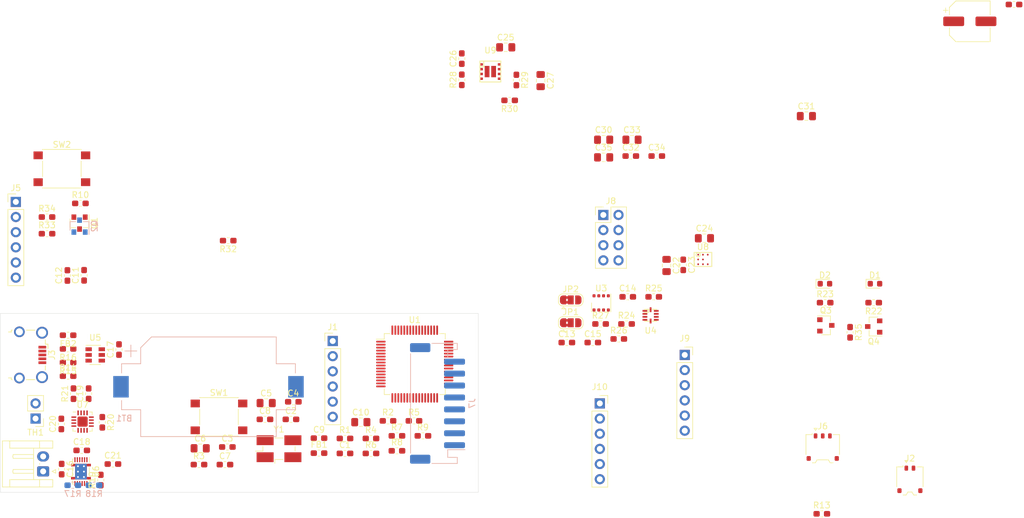
<source format=kicad_pcb>
(kicad_pcb (version 20171130) (host pcbnew 5.1.6+dfsg1-1)
  (layers (0 F.Cu signal) (31 B.Cu signal hide) (34 B.Paste user hide) (35 F.Paste user hide) (36 B.SilkS user hide) (37 F.SilkS user hide) (38 B.Mask user hide) (39 F.Mask user hide) (44 Edge.Cuts user))
  (net 0 "")
  (net 1 GND)
  (net 2 /VCC_1V8)
  (net 3 /mcu.sch/VREF)
  (net 4 /mcu.sch/VDDA)
  (net 5 "Net-(C8-Pad1)")
  (net 6 "Net-(C9-Pad1)")
  (net 7 /VCC_3V3)
  (net 8 /power_supply/VBAT_P)
  (net 9 /power_supply/VUSB)
  (net 10 /power_supply/VCC_GAUGE_1V8)
  (net 11 /power_supply/VBAT)
  (net 12 VIN)
  (net 13 "Net-(C26-Pad1)")
  (net 14 "Net-(D1-Pad2)")
  (net 15 /PB0)
  (net 16 "Net-(D2-Pad2)")
  (net 17 "Net-(FB2-Pad2)")
  (net 18 /mcu.sch/SWO)
  (net 19 /mcu.sch/NRST)
  (net 20 /mcu.sch/SWDIO)
  (net 21 /mcu.sch/SWCLK)
  (net 22 /1WIRE0_EXT_DATA)
  (net 23 "Net-(J3-Pad4)")
  (net 24 "Net-(J3-Pad3)")
  (net 25 "Net-(J3-Pad2)")
  (net 26 "Net-(J5-Pad5)")
  (net 27 /wireless/ESP_RTS)
  (net 28 /wireless/ESP_DTR)
  (net 29 /ESP_RX)
  (net 30 /SCL)
  (net 31 /SDA)
  (net 32 /mcu.sch/DISP_BUSY)
  (net 33 /mcu.sch/DISP_RST)
  (net 34 /mcu.sch/DISP_DC)
  (net 35 /mcu.sch/SPI1_NSS)
  (net 36 /mcu.sch/SPI1_SCK)
  (net 37 /mcu.sch/SPI1_MOSI)
  (net 38 /mcu.sch/VCC_3V3)
  (net 39 "Net-(JP1-Pad2)")
  (net 40 "Net-(JP2-Pad1)")
  (net 41 "Net-(JP2-Pad2)")
  (net 42 "Net-(JP2-Pad3)")
  (net 43 "Net-(Q1-Pad2)")
  (net 44 /PB1)
  (net 45 "Net-(Q2-Pad2)")
  (net 46 /wireless/GPIO0)
  (net 47 /PC8)
  (net 48 "Net-(Q4-Pad1)")
  (net 49 "Net-(R1-Pad1)")
  (net 50 "Net-(R2-Pad2)")
  (net 51 "Net-(R3-Pad2)")
  (net 52 /mcu.sch/VUSB)
  (net 53 "Net-(R15-Pad1)")
  (net 54 "Net-(R16-Pad1)")
  (net 55 "Net-(R18-Pad1)")
  (net 56 /power_supply/VCC_1.8V)
  (net 57 /PC10)
  (net 58 "Net-(R20-Pad1)")
  (net 59 "Net-(R21-Pad1)")
  (net 60 /PC9)
  (net 61 "Net-(R25-Pad2)")
  (net 62 "Net-(R28-Pad2)")
  (net 63 "Net-(R29-Pad2)")
  (net 64 /power_supply/TS)
  (net 65 /mcu.sch/USART1_RX)
  (net 66 /mcu.sch/USART1_TX)
  (net 67 /mcu.sch/PB5)
  (net 68 /mcu.sch/PB4)
  (net 69 /mcu.sch/PB3)
  (net 70 /mcu.sch/PA15)
  (net 71 /mcu.sch/USB_DP)
  (net 72 /mcu.sch/USB_DN)
  (net 73 /mcu.sch/DSIP_BUSY)
  (net 74 /mcu.sch/PB15)
  (net 75 /mcu.sch/PB14)
  (net 76 /mcu.sch/PB13)
  (net 77 /mcu.sch/PB12)
  (net 78 /mcu.sch/PB2)
  (net 79 /mcu.sch/PB1)
  (net 80 /mcu.sch/PB0)
  (net 81 /mcu.sch/SPI1_MISO)
  (net 82 /EXP_TX)
  (net 83 /mcu.sch/PA1)
  (net 84 /mcu.sch/PA0)
  (net 85 "Net-(U1-Pad1)")
  (net 86 /power_supply/USB_DP)
  (net 87 /power_supply/USB_DN)
  (net 88 "Net-(U6-Pad9)")
  (net 89 "Net-(U6-Pad11)")
  (net 90 "Net-(U6-Pad4)")
  (net 91 "Net-(U7-Pad15)")
  (net 92 "Net-(U7-Pad17)")
  (net 93 /power_supply/MODE_1V8)
  (net 94 /power_supply/EN_3V3)
  (net 95 /mcu.sch/VBAT)
  (net 96 /wireless/ESP_RX)
  (net 97 /wireless/ESP_TX)
  (net 98 /wireless/EN_ESP)
  (net 99 /wireless/ESP_LED)
  (net 100 "Net-(U1-Pad60)")
  (net 101 "Net-(U1-Pad40)")
  (net 102 "Net-(U1-Pad39)")
  (net 103 "Net-(U1-Pad38)")
  (net 104 "Net-(U1-Pad6)")
  (net 105 "Net-(U1-Pad5)")
  (net 106 "Net-(U1-Pad4)")
  (net 107 "Net-(U1-Pad3)")
  (net 108 "Net-(U1-Pad2)")
  (net 109 /EXT_GPIO3)
  (net 110 /EXT_GPIO2)
  (net 111 /EXT_GPIO1)
  (net 112 /EXT_GPIO0)
  (net 113 "Net-(U1-Pad54)")
  (net 114 "Net-(U1-Pad53)")
  (net 115 "Net-(U1-Pad52)")
  (net 116 "Net-(U1-Pad51)")
  (net 117 "Net-(U1-Pad37)")
  (net 118 "Net-(U1-Pad25)")
  (net 119 "Net-(U1-Pad24)")
  (net 120 "Net-(U1-Pad11)")
  (net 121 "Net-(U1-Pad10)")
  (net 122 "Net-(U1-Pad9)")
  (net 123 "Net-(U1-Pad8)")
  (module Package_QFP:LQFP-64_10x10mm_P0.5mm (layer F.Cu) (at 119.38 78.486)
    (fp_text reference U1 (at 0 -7.4) (layer F.SilkS))
    (fp_text value STM32L063R8Tx)
    (pad 64 smd roundrect (at -3.75 -5.675) (size 0.3 1.55) (layers F.Cu F.Paste F.Mask) (net 2 /VCC_1V8))
    (pad 63 smd roundrect (at -3.25 -5.675) (size 0.3 1.55) (layers F.Cu F.Paste F.Mask) (net 1 GND))
    (pad 62 smd roundrect (at -2.75 -5.675) (size 0.3 1.55) (layers F.Cu F.Paste F.Mask) (net 31 /SDA))
    (pad 61 smd roundrect (at -2.25 -5.675) (size 0.3 1.55) (layers F.Cu F.Paste F.Mask) (net 30 /SCL))
    (pad 60 smd roundrect (at -1.75 -5.675) (size 0.3 1.55) (layers F.Cu F.Paste F.Mask) (net 100 "Net-(U1-Pad60)"))
    (pad 59 smd roundrect (at -1.25 -5.675) (size 0.3 1.55) (layers F.Cu F.Paste F.Mask) (net 65 /mcu.sch/USART1_RX))
    (pad 58 smd roundrect (at -0.75 -5.675) (size 0.3 1.55) (layers F.Cu F.Paste F.Mask) (net 66 /mcu.sch/USART1_TX))
    (pad 57 smd roundrect (at -0.25 -5.675) (size 0.3 1.55) (layers F.Cu F.Paste F.Mask) (net 67 /mcu.sch/PB5))
    (pad 56 smd roundrect (at 0.25 -5.675) (size 0.3 1.55) (layers F.Cu F.Paste F.Mask) (net 68 /mcu.sch/PB4))
    (pad 55 smd roundrect (at 0.75 -5.675) (size 0.3 1.55) (layers F.Cu F.Paste F.Mask) (net 69 /mcu.sch/PB3))
    (pad 54 smd roundrect (at 1.25 -5.675) (size 0.3 1.55) (layers F.Cu F.Paste F.Mask) (net 113 "Net-(U1-Pad54)"))
    (pad 53 smd roundrect (at 1.75 -5.675) (size 0.3 1.55) (layers F.Cu F.Paste F.Mask) (net 114 "Net-(U1-Pad53)"))
    (pad 52 smd roundrect (at 2.25 -5.675) (size 0.3 1.55) (layers F.Cu F.Paste F.Mask) (net 115 "Net-(U1-Pad52)"))
    (pad 51 smd roundrect (at 2.75 -5.675) (size 0.3 1.55) (layers F.Cu F.Paste F.Mask) (net 116 "Net-(U1-Pad51)"))
    (pad 50 smd roundrect (at 3.25 -5.675) (size 0.3 1.55) (layers F.Cu F.Paste F.Mask) (net 70 /mcu.sch/PA15))
    (pad 49 smd roundrect (at 3.75 -5.675) (size 0.3 1.55) (layers F.Cu F.Paste F.Mask) (net 21 /mcu.sch/SWCLK))
    (pad 48 smd roundrect (at 5.675 -3.75) (size 1.55 0.3) (layers F.Cu F.Paste F.Mask) (net 51 "Net-(R3-Pad2)"))
    (pad 47 smd roundrect (at 5.675 -3.25) (size 1.55 0.3) (layers F.Cu F.Paste F.Mask) (net 1 GND))
    (pad 46 smd roundrect (at 5.675 -2.75) (size 1.55 0.3) (layers F.Cu F.Paste F.Mask) (net 20 /mcu.sch/SWDIO))
    (pad 45 smd roundrect (at 5.675 -2.25) (size 1.55 0.3) (layers F.Cu F.Paste F.Mask) (net 71 /mcu.sch/USB_DP))
    (pad 44 smd roundrect (at 5.675 -1.75) (size 1.55 0.3) (layers F.Cu F.Paste F.Mask) (net 72 /mcu.sch/USB_DN))
    (pad 43 smd roundrect (at 5.675 -1.25) (size 1.55 0.3) (layers F.Cu F.Paste F.Mask) (net 73 /mcu.sch/DSIP_BUSY))
    (pad 42 smd roundrect (at 5.675 -0.75) (size 1.55 0.3) (layers F.Cu F.Paste F.Mask) (net 33 /mcu.sch/DISP_RST))
    (pad 41 smd roundrect (at 5.675 -0.25) (size 1.55 0.3) (layers F.Cu F.Paste F.Mask) (net 34 /mcu.sch/DISP_DC))
    (pad 40 smd roundrect (at 5.675 0.25) (size 1.55 0.3) (layers F.Cu F.Paste F.Mask) (net 101 "Net-(U1-Pad40)"))
    (pad 39 smd roundrect (at 5.675 0.75) (size 1.55 0.3) (layers F.Cu F.Paste F.Mask) (net 102 "Net-(U1-Pad39)"))
    (pad 38 smd roundrect (at 5.675 1.25) (size 1.55 0.3) (layers F.Cu F.Paste F.Mask) (net 103 "Net-(U1-Pad38)"))
    (pad 37 smd roundrect (at 5.675 1.75) (size 1.55 0.3) (layers F.Cu F.Paste F.Mask) (net 117 "Net-(U1-Pad37)"))
    (pad 36 smd roundrect (at 5.675 2.25) (size 1.55 0.3) (layers F.Cu F.Paste F.Mask) (net 74 /mcu.sch/PB15))
    (pad 35 smd roundrect (at 5.675 2.75) (size 1.55 0.3) (layers F.Cu F.Paste F.Mask) (net 75 /mcu.sch/PB14))
    (pad 34 smd roundrect (at 5.675 3.25) (size 1.55 0.3) (layers F.Cu F.Paste F.Mask) (net 76 /mcu.sch/PB13))
    (pad 33 smd roundrect (at 5.675 3.75) (size 1.55 0.3) (layers F.Cu F.Paste F.Mask) (net 77 /mcu.sch/PB12))
    (pad 32 smd roundrect (at 3.75 5.675) (size 0.3 1.55) (layers F.Cu F.Paste F.Mask) (net 2 /VCC_1V8))
    (pad 31 smd roundrect (at 3.25 5.675) (size 0.3 1.55) (layers F.Cu F.Paste F.Mask) (net 1 GND))
    (pad 30 smd roundrect (at 2.75 5.675) (size 0.3 1.55) (layers F.Cu F.Paste F.Mask) (net 31 /SDA))
    (pad 29 smd roundrect (at 2.25 5.675) (size 0.3 1.55) (layers F.Cu F.Paste F.Mask) (net 30 /SCL))
    (pad 28 smd roundrect (at 1.75 5.675) (size 0.3 1.55) (layers F.Cu F.Paste F.Mask) (net 78 /mcu.sch/PB2))
    (pad 27 smd roundrect (at 1.25 5.675) (size 0.3 1.55) (layers F.Cu F.Paste F.Mask) (net 79 /mcu.sch/PB1))
    (pad 26 smd roundrect (at 0.75 5.675) (size 0.3 1.55) (layers F.Cu F.Paste F.Mask) (net 80 /mcu.sch/PB0))
    (pad 25 smd roundrect (at 0.25 5.675) (size 0.3 1.55) (layers F.Cu F.Paste F.Mask) (net 118 "Net-(U1-Pad25)"))
    (pad 24 smd roundrect (at -0.25 5.675) (size 0.3 1.55) (layers F.Cu F.Paste F.Mask) (net 119 "Net-(U1-Pad24)"))
    (pad 23 smd roundrect (at -0.75 5.675) (size 0.3 1.55) (layers F.Cu F.Paste F.Mask) (net 37 /mcu.sch/SPI1_MOSI))
    (pad 22 smd roundrect (at -1.25 5.675) (size 0.3 1.55) (layers F.Cu F.Paste F.Mask) (net 81 /mcu.sch/SPI1_MISO))
    (pad 21 smd roundrect (at -1.75 5.675) (size 0.3 1.55) (layers F.Cu F.Paste F.Mask) (net 36 /mcu.sch/SPI1_SCK))
    (pad 20 smd roundrect (at -2.25 5.675) (size 0.3 1.55) (layers F.Cu F.Paste F.Mask) (net 35 /mcu.sch/SPI1_NSS))
    (pad 19 smd roundrect (at -2.75 5.675) (size 0.3 1.55) (layers F.Cu F.Paste F.Mask) (net 2 /VCC_1V8))
    (pad 18 smd roundrect (at -3.25 5.675) (size 0.3 1.55) (layers F.Cu F.Paste F.Mask) (net 1 GND))
    (pad 17 smd roundrect (at -3.75 5.675) (size 0.3 1.55) (layers F.Cu F.Paste F.Mask) (net 82 /EXP_TX))
    (pad 16 smd roundrect (at -5.675 3.75) (size 1.55 0.3) (layers F.Cu F.Paste F.Mask) (net 29 /ESP_RX))
    (pad 15 smd roundrect (at -5.675 3.25) (size 1.55 0.3) (layers F.Cu F.Paste F.Mask) (net 83 /mcu.sch/PA1))
    (pad 14 smd roundrect (at -5.675 2.75) (size 1.55 0.3) (layers F.Cu F.Paste F.Mask) (net 84 /mcu.sch/PA0))
    (pad 13 smd roundrect (at -5.675 2.25) (size 1.55 0.3) (layers F.Cu F.Paste F.Mask) (net 4 /mcu.sch/VDDA))
    (pad 12 smd roundrect (at -5.675 1.75) (size 1.55 0.3) (layers F.Cu F.Paste F.Mask) (net 1 GND))
    (pad 11 smd roundrect (at -5.675 1.25) (size 1.55 0.3) (layers F.Cu F.Paste F.Mask) (net 120 "Net-(U1-Pad11)"))
    (pad 10 smd roundrect (at -5.675 0.75) (size 1.55 0.3) (layers F.Cu F.Paste F.Mask) (net 121 "Net-(U1-Pad10)"))
    (pad 9 smd roundrect (at -5.675 0.25) (size 1.55 0.3) (layers F.Cu F.Paste F.Mask) (net 122 "Net-(U1-Pad9)"))
    (pad 8 smd roundrect (at -5.675 -0.25) (size 1.55 0.3) (layers F.Cu F.Paste F.Mask) (net 123 "Net-(U1-Pad8)"))
    (pad 7 smd roundrect (at -5.675 -0.75) (size 1.55 0.3) (layers F.Cu F.Paste F.Mask) (net 19 /mcu.sch/NRST))
    (pad 6 smd roundrect (at -5.675 -1.25) (size 1.55 0.3) (layers F.Cu F.Paste F.Mask) (net 104 "Net-(U1-Pad6)"))
    (pad 5 smd roundrect (at -5.675 -1.75) (size 1.55 0.3) (layers F.Cu F.Paste F.Mask) (net 105 "Net-(U1-Pad5)"))
    (pad 4 smd roundrect (at -5.675 -2.25) (size 1.55 0.3) (layers F.Cu F.Paste F.Mask) (net 106 "Net-(U1-Pad4)"))
    (pad 3 smd roundrect (at -5.675 -2.75) (size 1.55 0.3) (layers F.Cu F.Paste F.Mask) (net 107 "Net-(U1-Pad3)"))
    (pad 2 smd roundrect (at -5.675 -3.25) (size 1.55 0.3) (layers F.Cu F.Paste F.Mask) (net 108 "Net-(U1-Pad2)"))
    (pad 1 smd roundrect (at -5.675 -3.75) (size 1.55 0.3) (layers F.Cu F.Paste F.Mask) (net 85 "Net-(U1-Pad1)"))
  )
  (module Connector_PinSocket_2.54mm:PinSocket_1x06_P2.54mm_Vertical (layer F.Cu) (at 164.592 76.962)
    (fp_text reference J9 (at 0 -2.77) (layer F.SilkS))
    (fp_text value Conn_01x06_Male)
    (pad 6 thru_hole oval (at 0 12.7) (size 1.7 1.7) (drill 1) (layers *.Cu *.Mask) (net 18 /mcu.sch/SWO))
    (pad 5 thru_hole oval (at 0 10.16) (size 1.7 1.7) (drill 1) (layers *.Cu *.Mask) (net 19 /mcu.sch/NRST))
    (pad 4 thru_hole oval (at 0 7.62) (size 1.7 1.7) (drill 1) (layers *.Cu *.Mask) (net 20 /mcu.sch/SWDIO))
    (pad 3 thru_hole oval (at 0 5.08) (size 1.7 1.7) (drill 1) (layers *.Cu *.Mask) (net 1 GND))
    (pad 2 thru_hole oval (at 0 2.54) (size 1.7 1.7) (drill 1) (layers *.Cu *.Mask) (net 21 /mcu.sch/SWCLK))
    (pad 1 thru_hole rect (at 0 0) (size 1.7 1.7) (drill 1) (layers *.Cu *.Mask) (net 2 /VCC_1V8))
  )
  (module Connector_Molex:Molex_Pico-EZmate_78171-0003_1x03-1MP_P1.20mm_Vertical (layer F.Cu) (at 187.696 92.412)
    (fp_text reference J6 (at 0 -3.5) (layer F.SilkS))
    (fp_text value Conn_01x04_Male)
    (pad MP smd roundrect (at 2.35 1.9) (size 0.7 0.8) (layers F.Cu F.Paste F.Mask))
    (pad MP smd roundrect (at -2.35 1.9) (size 0.7 0.8) (layers F.Cu F.Paste F.Mask))
    (pad 3 smd roundrect (at 1.2 -1.875) (size 0.6 0.85) (layers F.Cu F.Paste F.Mask) (net 1 GND))
    (pad 2 smd roundrect (at 0 -1.875) (size 0.6 0.85) (layers F.Cu F.Paste F.Mask) (net 31 /SDA))
    (pad 1 smd roundrect (at -1.2 -1.875) (size 0.6 0.85) (layers F.Cu F.Paste F.Mask) (net 7 /VCC_3V3))
  )
  (module Connector_Molex:Molex_Pico-EZmate_78171-0002_1x02-1MP_P1.20mm_Vertical (layer F.Cu) (at 202.296 97.812)
    (fp_text reference J2 (at 0 -3.5) (layer F.SilkS))
    (fp_text value Conn_01x03)
    (pad MP smd roundrect (at 1.75 1.9) (size 0.7 0.8) (layers F.Cu F.Paste F.Mask))
    (pad MP smd roundrect (at -1.75 1.9) (size 0.7 0.8) (layers F.Cu F.Paste F.Mask))
    (pad 2 smd roundrect (at 0.6 -1.875) (size 0.6 0.85) (layers F.Cu F.Paste F.Mask) (net 22 /1WIRE0_EXT_DATA))
    (pad 1 smd roundrect (at -0.6 -1.875) (size 0.6 0.85) (layers F.Cu F.Paste F.Mask) (net 7 /VCC_3V3))
  )
  (module Connector_PinSocket_2.54mm:PinSocket_1x06_P2.54mm_Vertical (layer F.Cu) (at 150.368 85.09)
    (fp_text reference J10 (at 0 -2.77) (layer F.SilkS))
    (fp_text value Conn_01x06)
    (pad 6 thru_hole oval (at 0 12.7) (size 1.7 1.7) (drill 1) (layers *.Cu *.Mask) (net 1 GND))
    (pad 5 thru_hole oval (at 0 10.16) (size 1.7 1.7) (drill 1) (layers *.Cu *.Mask) (net 109 /EXT_GPIO3))
    (pad 4 thru_hole oval (at 0 7.62) (size 1.7 1.7) (drill 1) (layers *.Cu *.Mask) (net 110 /EXT_GPIO2))
    (pad 3 thru_hole oval (at 0 5.08) (size 1.7 1.7) (drill 1) (layers *.Cu *.Mask) (net 111 /EXT_GPIO1))
    (pad 2 thru_hole oval (at 0 2.54) (size 1.7 1.7) (drill 1) (layers *.Cu *.Mask) (net 112 /EXT_GPIO0))
    (pad 1 thru_hole rect (at 0 0) (size 1.7 1.7) (drill 1) (layers *.Cu *.Mask) (net 7 /VCC_3V3))
  )
  (module Connector_PinHeader_2.54mm:PinHeader_2x04_P2.54mm_Vertical (layer F.Cu) (at 150.958 53.493533)
    (fp_text reference J8 (at 1.27 -2.33) (layer F.SilkS))
    (fp_text value Conn_02x04_Odd_Even)
    (pad 8 thru_hole oval (at 2.54 7.62) (size 1.7 1.7) (drill 1) (layers *.Cu *.Mask) (net 97 /wireless/ESP_TX))
    (pad 7 thru_hole oval (at 0 7.62) (size 1.7 1.7) (drill 1) (layers *.Cu *.Mask) (net 1 GND))
    (pad 6 thru_hole oval (at 2.54 5.08) (size 1.7 1.7) (drill 1) (layers *.Cu *.Mask) (net 98 /wireless/EN_ESP))
    (pad 5 thru_hole oval (at 0 5.08) (size 1.7 1.7) (drill 1) (layers *.Cu *.Mask) (net 99 /wireless/ESP_LED))
    (pad 4 thru_hole oval (at 2.54 2.54) (size 1.7 1.7) (drill 1) (layers *.Cu *.Mask) (net 44 /PB1))
    (pad 3 thru_hole oval (at 0 2.54) (size 1.7 1.7) (drill 1) (layers *.Cu *.Mask) (net 46 /wireless/GPIO0))
    (pad 2 thru_hole oval (at 2.54 0) (size 1.7 1.7) (drill 1) (layers *.Cu *.Mask) (net 2 /VCC_1V8))
    (pad 1 thru_hole rect (at 0 0) (size 1.7 1.7) (drill 1) (layers *.Cu *.Mask) (net 96 /wireless/ESP_RX))
  )
  (module Capacitor_SMD:C_0805_2012Metric_Pad1.15x1.40mm_HandSolder (layer F.Cu) (at 151.008 43.843533)
    (fp_text reference C35 (at 0 -1.65) (layer F.SilkS))
    (fp_text value 10uF)
    (pad 2 smd roundrect (at 1.025 0) (size 1.15 1.4) (layers F.Cu F.Paste F.Mask) (roundrect_rratio 0.217391) (net 1 GND))
    (pad 1 smd roundrect (at -1.025 0) (size 1.15 1.4) (layers F.Cu F.Paste F.Mask) (roundrect_rratio 0.217391) (net 2 /VCC_1V8))
  )
  (module Capacitor_SMD:C_0603_1608Metric_Pad1.05x0.95mm_HandSolder (layer F.Cu) (at 159.908 43.623533)
    (fp_text reference C34 (at 0 -1.43) (layer F.SilkS))
    (fp_text value 100nF)
    (pad 2 smd roundrect (at 0.875 0) (size 1.05 0.95) (layers F.Cu F.Paste F.Mask) (net 1 GND))
    (pad 1 smd roundrect (at -0.875 0) (size 1.05 0.95) (layers F.Cu F.Paste F.Mask) (net 2 /VCC_1V8))
  )
  (module Capacitor_SMD:C_0805_2012Metric_Pad1.15x1.40mm_HandSolder (layer F.Cu) (at 155.758 40.893533)
    (fp_text reference C33 (at 0 -1.65) (layer F.SilkS))
    (fp_text value 10uF)
    (pad 2 smd roundrect (at 1.025 0) (size 1.15 1.4) (layers F.Cu F.Paste F.Mask) (roundrect_rratio 0.217391) (net 1 GND))
    (pad 1 smd roundrect (at -1.025 0) (size 1.15 1.4) (layers F.Cu F.Paste F.Mask) (roundrect_rratio 0.217391) (net 2 /VCC_1V8))
  )
  (module Capacitor_SMD:C_0603_1608Metric_Pad1.05x0.95mm_HandSolder (layer F.Cu) (at 155.558 43.623533)
    (fp_text reference C32 (at 0 -1.43) (layer F.SilkS))
    (fp_text value 100nF)
    (pad 2 smd roundrect (at 0.875 0) (size 1.05 0.95) (layers F.Cu F.Paste F.Mask) (net 1 GND))
    (pad 1 smd roundrect (at -0.875 0) (size 1.05 0.95) (layers F.Cu F.Paste F.Mask) (net 2 /VCC_1V8))
  )
  (module Capacitor_SMD:C_0805_2012Metric_Pad1.15x1.40mm_HandSolder (layer F.Cu) (at 184.958 36.933533)
    (fp_text reference C31 (at 0 -1.65) (layer F.SilkS))
    (fp_text value 10uF)
    (pad 2 smd roundrect (at 1.025 0) (size 1.15 1.4) (layers F.Cu F.Paste F.Mask) (roundrect_rratio 0.217391) (net 1 GND))
    (pad 1 smd roundrect (at -1.025 0) (size 1.15 1.4) (layers F.Cu F.Paste F.Mask) (roundrect_rratio 0.217391) (net 2 /VCC_1V8))
  )
  (module Capacitor_SMD:C_0805_2012Metric_Pad1.15x1.40mm_HandSolder (layer F.Cu) (at 151.008 40.893533)
    (fp_text reference C30 (at 0 -1.65) (layer F.SilkS))
    (fp_text value 10uF)
    (pad 2 smd roundrect (at 1.025 0) (size 1.15 1.4) (layers F.Cu F.Paste F.Mask) (roundrect_rratio 0.217391) (net 1 GND))
    (pad 1 smd roundrect (at -1.025 0) (size 1.15 1.4) (layers F.Cu F.Paste F.Mask) (roundrect_rratio 0.217391) (net 2 /VCC_1V8))
  )
  (module Capacitor_SMD:C_0603_1608Metric_Pad1.05x0.95mm_HandSolder (layer F.Cu) (at 219.728 18.223533)
    (fp_text reference C29 (at 0 -1.43) (layer F.SilkS))
    (fp_text value 100nF)
    (pad 2 smd roundrect (at 0.875 0) (size 1.05 0.95) (layers F.Cu F.Paste F.Mask) (net 1 GND))
    (pad 1 smd roundrect (at -0.875 0) (size 1.05 0.95) (layers F.Cu F.Paste F.Mask) (net 7 /VCC_3V3))
  )
  (module Capacitor_SMD:CP_Elec_6.3x3 (layer F.Cu) (at 212.328 21.043533)
    (fp_text reference C28 (at 0 -4.35) (layer F.SilkS))
    (fp_text value 10uF)
    (pad 2 smd roundrect (at 2.7 0) (size 3.5 1.6) (layers F.Cu F.Paste F.Mask) (roundrect_rratio 0.15625) (net 1 GND))
    (pad 1 smd roundrect (at -2.7 0) (size 3.5 1.6) (layers F.Cu F.Paste F.Mask) (roundrect_rratio 0.15625) (net 7 /VCC_3V3))
  )
  (module Battery:BatteryHolder_Keystone_1060_1x2032 (layer B.Cu) (at 84.836 82.296)
    (fp_text reference BT1 (at -14.125 5.3) (layer B.SilkS) (effects (justify mirror)))
    (fp_text value Battery_Cell)
    (pad 1 smd rect (at -14.65 0 180) (size 2.6 3.6) (layers B.Cu B.Paste B.Mask) (net 95 /mcu.sch/VBAT))
    (pad 2 smd rect (at 14.65 0 180) (size 2.6 3.6) (layers B.Cu B.Paste B.Mask) (net 1 GND))
  )
  (module Resistor_SMD:R_0603_1608Metric_Pad1.05x0.95mm_HandSolder (layer F.Cu) (at 57.799 53.848)
    (fp_text reference R34 (at 0 -1.43) (layer F.SilkS))
    (fp_text value R)
    (pad 2 smd roundrect (at 0.875 0) (size 1.05 0.95) (layers F.Cu F.Paste F.Mask) (net 43 "Net-(Q1-Pad2)"))
    (pad 1 smd roundrect (at -0.875 0) (size 1.05 0.95) (layers F.Cu F.Paste F.Mask) (net 28 /wireless/ESP_DTR))
  )
  (module Crystal:Crystal_SMD_EuroQuartz_MJ-4Pin_5.0x3.2mm_HandSoldering (layer F.Cu) (at 96.646 92.682)
    (fp_text reference Y1 (at 0 -3.25) (layer F.SilkS))
    (fp_text value 32.764kHz)
    (pad 4 smd rect (at -2.325 -1.425) (size 2.85 1.65) (layers F.Cu F.Paste F.Mask))
    (pad 3 smd rect (at 2.325 -1.425) (size 2.85 1.65) (layers F.Cu F.Paste F.Mask))
    (pad 2 smd rect (at 2.325 1.425) (size 2.85 1.65) (layers F.Cu F.Paste F.Mask) (net 6 "Net-(C9-Pad1)"))
    (pad 1 smd rect (at -2.325 1.425) (size 2.85 1.65) (layers F.Cu F.Paste F.Mask) (net 5 "Net-(C8-Pad1)"))
  )
  (module Package_LGA:Texas_SIL0008E_MicroSip-8-2EP_3.5x3.5mm_P0.8mm_EP0.8x1.9mm (layer F.Cu) (at 132.038 29.464)
    (fp_text reference U9 (at 0 -3.556) (layer F.SilkS))
    (fp_text value LMZ21700)
    (pad 10 smd rect (at 0.55 0) (size 0.8 1.9) (layers F.Cu F.Paste F.Mask))
    (pad 9 smd rect (at -0.55 0) (size 0.8 1.9) (layers F.Cu F.Paste F.Mask) (net 1 GND))
    (pad 8 smd rect (at 1.475 -1.2) (size 0.45 0.4) (layers F.Cu F.Paste F.Mask) (net 12 VIN))
    (pad 7 smd rect (at 1.475 -0.4) (size 0.45 0.4) (layers F.Cu F.Paste F.Mask) (net 94 /power_supply/EN_3V3))
    (pad 6 smd rect (at 1.475 0.4) (size 0.45 0.4) (layers F.Cu F.Paste F.Mask) (net 7 /VCC_3V3))
    (pad 5 smd rect (at 1.475 1.2) (size 0.45 0.4) (layers F.Cu F.Paste F.Mask) (net 1 GND))
    (pad 4 smd rect (at -1.475 1.2) (size 0.45 0.4) (layers F.Cu F.Paste F.Mask) (net 7 /VCC_3V3))
    (pad 3 smd rect (at -1.475 0.4) (size 0.45 0.4) (layers F.Cu F.Paste F.Mask) (net 62 "Net-(R28-Pad2)"))
    (pad 2 smd rect (at -1.475 -0.4) (size 0.45 0.4) (layers F.Cu F.Paste F.Mask) (net 63 "Net-(R29-Pad2)"))
    (pad 1 smd rect (at -1.475 -1.2) (size 0.45 0.4) (layers F.Cu F.Paste F.Mask) (net 13 "Net-(C26-Pad1)"))
  )
  (module Package_CSP:Texas_SIP0009F_MicroSiP-8_2.3x2.9mm_P0.8mm (layer F.Cu) (at 167.64 60.96)
    (fp_text reference U8 (at 0 -2.1) (layer F.SilkS))
    (fp_text value TPS826711)
    (pad 3 smd circle (at 0.8 -0.8) (size 0.3 0.3) (layers F.Cu F.Paste F.Mask) (net 12 VIN))
    (pad 8 smd circle (at 0.8 0.8) (size 0.3 0.3) (layers F.Cu F.Paste F.Mask) (net 1 GND))
    (pad 7 smd circle (at 0 0.8) (size 0.3 0.3) (layers F.Cu F.Paste F.Mask) (net 1 GND))
    (pad 5 smd circle (at 0 0) (size 0.3 0.3) (layers F.Cu F.Paste F.Mask) (net 93 /power_supply/MODE_1V8))
    (pad 2 smd circle (at 0 -0.8) (size 0.3 0.3) (layers F.Cu F.Paste F.Mask) (net 12 VIN))
    (pad 6 smd circle (at -0.8 0.8) (size 0.3 0.3) (layers F.Cu F.Paste F.Mask) (net 1 GND))
    (pad 4 smd circle (at -0.8 0) (size 0.3 0.3) (layers F.Cu F.Paste F.Mask) (net 12 VIN))
    (pad 1 smd circle (at -0.8 -0.8) (size 0.3 0.3) (layers F.Cu F.Paste F.Mask) (net 2 /VCC_1V8))
  )
  (module Package_DFN_QFN:QFN-16-1EP_3x3mm_P0.5mm_EP1.7x1.7mm (layer F.Cu) (at 63.754 88.138)
    (fp_text reference U7 (at 0 -2.82) (layer F.SilkS))
    (fp_text value BQ24075)
    (pad 16 smd roundrect (at -0.75 -1.4625) (size 0.25 0.825) (layers F.Cu F.Paste F.Mask) (net 59 "Net-(R21-Pad1)"))
    (pad 15 smd roundrect (at -0.25 -1.4625) (size 0.25 0.825) (layers F.Cu F.Paste F.Mask) (net 91 "Net-(U7-Pad15)"))
    (pad 14 smd roundrect (at 0.25 -1.4625) (size 0.25 0.825) (layers F.Cu F.Paste F.Mask) (net 1 GND))
    (pad 13 smd roundrect (at 0.75 -1.4625) (size 0.25 0.825) (layers F.Cu F.Paste F.Mask) (net 9 /power_supply/VUSB))
    (pad 12 smd roundrect (at 1.4625 -0.75) (size 0.825 0.25) (layers F.Cu F.Paste F.Mask) (net 58 "Net-(R20-Pad1)"))
    (pad 11 smd roundrect (at 1.4625 -0.25) (size 0.825 0.25) (layers F.Cu F.Paste F.Mask) (net 12 VIN))
    (pad 10 smd roundrect (at 1.4625 0.25) (size 0.825 0.25) (layers F.Cu F.Paste F.Mask) (net 12 VIN))
    (pad 9 smd roundrect (at 1.4625 0.75) (size 0.825 0.25) (layers F.Cu F.Paste F.Mask) (net 15 /PB0))
    (pad 8 smd roundrect (at 0.75 1.4625) (size 0.25 0.825) (layers F.Cu F.Paste F.Mask) (net 1 GND))
    (pad 7 smd roundrect (at 0.25 1.4625) (size 0.25 0.825) (layers F.Cu F.Paste F.Mask) (net 15 /PB0))
    (pad 6 smd roundrect (at -0.25 1.4625) (size 0.25 0.825) (layers F.Cu F.Paste F.Mask) (net 1 GND))
    (pad 5 smd roundrect (at -0.75 1.4625) (size 0.25 0.825) (layers F.Cu F.Paste F.Mask) (net 12 VIN))
    (pad 4 smd roundrect (at -1.4625 0.75) (size 0.825 0.25) (layers F.Cu F.Paste F.Mask) (net 1 GND))
    (pad 3 smd roundrect (at -1.4625 0.25) (size 0.825 0.25) (layers F.Cu F.Paste F.Mask) (net 11 /power_supply/VBAT))
    (pad 2 smd roundrect (at -1.4625 -0.25) (size 0.825 0.25) (layers F.Cu F.Paste F.Mask) (net 11 /power_supply/VBAT))
    (pad 1 smd roundrect (at -1.4625 -0.75) (size 0.825 0.25) (layers F.Cu F.Paste F.Mask) (net 64 /power_supply/TS))
    (pad 17 smd roundrect (at 0 0) (size 1.7 1.7) (layers F.Cu F.Mask) (roundrect_rratio 0.147059) (net 92 "Net-(U7-Pad17)"))
  )
  (module Package_SON:Texas_S-PDSO-N12 (layer F.Cu) (at 63.4795 96.52 270)
    (fp_text reference U6 (at -0.000701 -2.517393 90) (layer F.SilkS))
    (fp_text value BQ27441-G1)
    (pad 13 smd rect (at -1.1 1.365 180) (size 0.575 0.4) (layers F.Cu F.Paste F.Mask) (net 1 GND))
    (pad 13 smd rect (at -1.1 -1.365 180) (size 0.575 0.4) (layers F.Cu F.Paste F.Mask) (net 1 GND))
    (pad 13 smd rect (at 1.1 -1.365 180) (size 0.575 0.4) (layers F.Cu F.Paste F.Mask) (net 1 GND))
    (pad 13 smd rect (at 1.1 1.365 180) (size 0.575 0.4) (layers F.Cu F.Paste F.Mask) (net 1 GND))
    (pad 13 smd rect (at 0.65 0.4875) (size 0.975 1.3) (layers F.Cu F.Paste) (net 1 GND))
    (pad 13 smd rect (at -0.65 0.4875) (size 0.975 1.3) (layers F.Cu F.Paste) (net 1 GND))
    (pad 13 smd rect (at -0.65 -0.4875) (size 0.975 1.3) (layers F.Cu F.Paste) (net 1 GND))
    (pad 13 smd rect (at 0.65 -0.4875) (size 0.975 1.3) (layers F.Cu F.Paste) (net 1 GND))
    (pad 13 smd rect (at 0 0 180) (size 1.95 2.6) (layers B.Cu F.Mask) (net 1 GND))
    (pad 13 thru_hole circle (at 0 0.5 270) (size 0.6 0.6) (drill 0.3) (layers *.Cu) (net 1 GND))
    (pad 13 thru_hole circle (at 0 -0.5 270) (size 0.6 0.6) (drill 0.3) (layers *.Cu) (net 1 GND))
    (pad 13 thru_hole circle (at -0.9 -0.5 270) (size 0.6 0.6) (drill 0.3) (layers *.Cu) (net 1 GND))
    (pad 13 thru_hole circle (at 0.9 -0.5 270) (size 0.6 0.6) (drill 0.3) (layers *.Cu) (net 1 GND))
    (pad 13 thru_hole circle (at 0.9 0.5 270) (size 0.6 0.6) (drill 0.3) (layers *.Cu) (net 1 GND))
    (pad 13 thru_hole circle (at -0.9 0.5 270) (size 0.6 0.6) (drill 0.3) (layers *.Cu) (net 1 GND))
    (pad 7 smd rect (at 2.3 1 270) (size 0.2 0.2) (layers F.Cu F.Paste F.Mask) (net 11 /power_supply/VBAT))
    (pad 8 smd rect (at 2.3 0.6 270) (size 0.2 0.2) (layers F.Cu F.Paste F.Mask) (net 8 /power_supply/VBAT_P))
    (pad 9 smd rect (at 2.3 0.2 270) (size 0.2 0.2) (layers F.Cu F.Paste F.Mask) (net 88 "Net-(U6-Pad9)"))
    (pad 10 smd rect (at 2.3 -0.2 270) (size 0.2 0.2) (layers F.Cu F.Paste F.Mask) (net 55 "Net-(R18-Pad1)"))
    (pad 11 smd rect (at 2.3 -0.6 270) (size 0.2 0.2) (layers F.Cu F.Paste F.Mask) (net 89 "Net-(U6-Pad11)"))
    (pad 12 smd rect (at 2.3 -1 270) (size 0.2 0.2) (layers F.Cu F.Paste F.Mask) (net 57 /PC10))
    (pad 1 smd rect (at -2.3 -1 270) (size 0.2 0.2) (layers F.Cu F.Paste F.Mask) (net 31 /SDA))
    (pad 2 smd rect (at -2.3 -0.6 270) (size 0.2 0.2) (layers F.Cu F.Paste F.Mask) (net 30 /SCL))
    (pad 6 smd rect (at -2.3 1 270) (size 0.2 0.2) (layers F.Cu F.Paste F.Mask) (net 8 /power_supply/VBAT_P))
    (pad 5 smd rect (at -2.3 0.6 270) (size 0.2 0.2) (layers F.Cu F.Paste F.Mask) (net 10 /power_supply/VCC_GAUGE_1V8))
    (pad 4 smd rect (at -2.3 0.2 270) (size 0.2 0.2) (layers F.Cu F.Paste F.Mask) (net 90 "Net-(U6-Pad4)"))
    (pad 7 smd oval (at 1.975 1 270) (size 0.85 0.2) (layers F.Cu F.Paste F.Mask) (net 11 /power_supply/VBAT))
    (pad 8 smd oval (at 1.975 0.6 270) (size 0.85 0.2) (layers F.Cu F.Paste F.Mask) (net 8 /power_supply/VBAT_P))
    (pad 9 smd oval (at 1.975 0.2 270) (size 0.85 0.2) (layers F.Cu F.Paste F.Mask) (net 88 "Net-(U6-Pad9)"))
    (pad 10 smd oval (at 1.975 -0.2 270) (size 0.85 0.2) (layers F.Cu F.Paste F.Mask) (net 55 "Net-(R18-Pad1)"))
    (pad 11 smd oval (at 1.975 -0.6 270) (size 0.85 0.2) (layers F.Cu F.Paste F.Mask) (net 89 "Net-(U6-Pad11)"))
    (pad 12 smd oval (at 1.975 -1 270) (size 0.85 0.2) (layers F.Cu F.Paste F.Mask) (net 57 /PC10))
    (pad 6 smd oval (at -1.975 1 270) (size 0.85 0.2) (layers F.Cu F.Paste F.Mask) (net 8 /power_supply/VBAT_P))
    (pad 5 smd oval (at -1.975 0.6 270) (size 0.85 0.2) (layers F.Cu F.Paste F.Mask) (net 10 /power_supply/VCC_GAUGE_1V8))
    (pad 4 smd oval (at -1.975 0.2 270) (size 0.85 0.2) (layers F.Cu F.Paste F.Mask) (net 90 "Net-(U6-Pad4)"))
    (pad 1 smd oval (at -1.975 -1 270) (size 0.85 0.2) (layers F.Cu F.Paste F.Mask) (net 31 /SDA))
    (pad 2 smd oval (at -1.975 -0.6 270) (size 0.85 0.2) (layers F.Cu F.Paste F.Mask) (net 30 /SCL))
    (pad 3 smd oval (at -1.975 -0.2 270) (size 0.85 0.2) (layers F.Cu F.Paste F.Mask) (net 1 GND))
    (pad 3 smd rect (at -2.3 -0.2 270) (size 0.2 0.2) (layers F.Cu F.Paste F.Mask) (net 1 GND))
    (pad 13 smd rect (at -1.1 -1.3125 180) (size 0.675 0.4) (layers F.Cu F.Mask) (net 1 GND))
    (pad 13 smd rect (at 1.1 -1.3125 180) (size 0.675 0.4) (layers F.Cu F.Mask) (net 1 GND))
    (pad 13 smd rect (at 1.1 1.3125 180) (size 0.675 0.4) (layers F.Cu F.Mask) (net 1 GND))
    (pad 13 smd rect (at -1.1 1.3125 180) (size 0.675 0.4) (layers F.Cu F.Mask) (net 1 GND))
    (pad 13 smd rect (at 0 0 180) (size 1.95 2.6) (layers F.Cu F.Mask) (net 1 GND))
  )
  (module Package_TO_SOT_SMD:SOT-23-6 (layer F.Cu) (at 65.87 76.962)
    (fp_text reference U5 (at 0 -2.9) (layer F.SilkS))
    (fp_text value USBLC6-2SC6)
    (pad 5 smd rect (at 1.1 0) (size 1.06 0.65) (layers F.Cu F.Paste F.Mask) (net 9 /power_supply/VUSB))
    (pad 6 smd rect (at 1.1 -0.95) (size 1.06 0.65) (layers F.Cu F.Paste F.Mask) (net 86 /power_supply/USB_DP))
    (pad 4 smd rect (at 1.1 0.95) (size 1.06 0.65) (layers F.Cu F.Paste F.Mask) (net 87 /power_supply/USB_DN))
    (pad 3 smd rect (at -1.1 0.95) (size 1.06 0.65) (layers F.Cu F.Paste F.Mask) (net 54 "Net-(R16-Pad1)"))
    (pad 2 smd rect (at -1.1 0) (size 1.06 0.65) (layers F.Cu F.Paste F.Mask) (net 1 GND))
    (pad 1 smd rect (at -1.1 -0.95) (size 1.06 0.65) (layers F.Cu F.Paste F.Mask) (net 53 "Net-(R15-Pad1)"))
  )
  (module Package_DFN_QFN:DFN-10_NC2_2x2mm_P0.5mm (layer F.Cu) (at 158.870999 70.326999)
    (fp_text reference U4 (at 0.01 2.55) (layer F.SilkS))
    (fp_text value Si1133)
    (pad 5 smd rect (at 0 0.95) (size 0.3 0.8) (layers F.Cu F.Paste F.Mask) (net 1 GND))
    (pad 10 smd rect (at 0 -0.95) (size 0.3 0.8) (layers F.Cu F.Paste F.Mask) (net 1 GND))
    (pad 9 smd rect (at 0.95 -0.75) (size 0.8 0.3) (layers F.Cu F.Paste F.Mask) (net 61 "Net-(R25-Pad2)"))
    (pad 8 smd rect (at 0.95 -0.25) (size 0.8 0.3) (layers F.Cu F.Paste F.Mask) (net 1 GND))
    (pad 7 smd rect (at 0.95 0.25) (size 0.8 0.3) (layers F.Cu F.Paste F.Mask) (net 61 "Net-(R25-Pad2)"))
    (pad 6 smd rect (at 0.95 0.75) (size 0.8 0.3) (layers F.Cu F.Paste F.Mask) (net 41 "Net-(JP2-Pad2)"))
    (pad 4 smd rect (at -0.95 0.75) (size 0.8 0.3) (layers F.Cu F.Paste F.Mask) (net 60 /PC9))
    (pad 3 smd rect (at -0.95 0.25) (size 0.8 0.3) (layers F.Cu F.Paste F.Mask) (net 7 /VCC_3V3))
    (pad 2 smd rect (at -0.95 -0.25) (size 0.8 0.3) (layers F.Cu F.Paste F.Mask) (net 30 /SCL))
    (pad 1 smd rect (at -0.95 -0.75) (size 0.8 0.3) (layers F.Cu F.Paste F.Mask) (net 31 /SDA))
  )
  (module Package_LGA:Bosch_LGA-8_3x3mm_P0.8mm_ClockwisePinNumbering (layer F.Cu) (at 150.596 68.242)
    (fp_text reference U3 (at 0 -2.45) (layer F.SilkS))
    (fp_text value BME680)
    (pad 8 smd roundrect (at -1.2 1.1875) (size 0.5 0.525) (layers F.Cu F.Paste F.Mask) (net 7 /VCC_3V3))
    (pad 7 smd roundrect (at -0.4 1.1875) (size 0.5 0.525) (layers F.Cu F.Paste F.Mask) (net 1 GND))
    (pad 6 smd roundrect (at 0.4 1.1875) (size 0.5 0.525) (layers F.Cu F.Paste F.Mask) (net 7 /VCC_3V3))
    (pad 5 smd roundrect (at 1.2 1.1875) (size 0.5 0.525) (layers F.Cu F.Paste F.Mask) (net 39 "Net-(JP1-Pad2)"))
    (pad 4 smd roundrect (at 1.2 -1.1875) (size 0.5 0.525) (layers F.Cu F.Paste F.Mask) (net 30 /SCL))
    (pad 3 smd roundrect (at 0.4 -1.1875) (size 0.5 0.525) (layers F.Cu F.Paste F.Mask) (net 31 /SDA))
    (pad 2 smd roundrect (at -0.4 -1.1875) (size 0.5 0.525) (layers F.Cu F.Paste F.Mask) (net 7 /VCC_3V3))
    (pad 1 smd roundrect (at -1.2 -1.1875) (size 0.5 0.525) (layers F.Cu F.Paste F.Mask) (net 1 GND))
  )
  (module Connector_PinHeader_2.54mm:PinHeader_1x02_P2.54mm_Vertical (layer F.Cu) (at 55.88 87.63 180)
    (fp_text reference TH1 (at 0 -2.33) (layer F.SilkS))
    (fp_text value Thermistor_NTC)
    (pad 2 thru_hole oval (at 0 2.54 180) (size 1.7 1.7) (drill 1) (layers *.Cu *.Mask) (net 64 /power_supply/TS))
    (pad 1 thru_hole rect (at 0 0 180) (size 1.7 1.7) (drill 1) (layers *.Cu *.Mask) (net 1 GND))
  )
  (module Button_Switch_SMD:SW_Push_1P1T_NO_6x6mm_H9.5mm (layer F.Cu) (at 60.287 45.756)
    (fp_text reference SW2 (at 0 -4.05) (layer F.SilkS))
    (fp_text value SW_Push)
    (pad 2 smd rect (at 3.975 2.25) (size 1.55 1.3) (layers F.Cu F.Paste F.Mask) (net 44 /PB1))
    (pad 1 smd rect (at 3.975 -2.25) (size 1.55 1.3) (layers F.Cu F.Paste F.Mask) (net 1 GND))
    (pad 1 smd rect (at -3.975 -2.25) (size 1.55 1.3) (layers F.Cu F.Paste F.Mask) (net 1 GND))
    (pad 2 smd rect (at -3.975 2.25) (size 1.55 1.3) (layers F.Cu F.Paste F.Mask) (net 44 /PB1))
  )
  (module Button_Switch_SMD:SW_Push_1P1T_NO_6x6mm_H9.5mm (layer F.Cu) (at 86.596 87.347)
    (fp_text reference SW1 (at 0 -4.05) (layer F.SilkS))
    (fp_text value SW_Push)
    (pad 2 smd rect (at 3.975 2.25) (size 1.55 1.3) (layers F.Cu F.Paste F.Mask) (net 1 GND))
    (pad 1 smd rect (at 3.975 -2.25) (size 1.55 1.3) (layers F.Cu F.Paste F.Mask) (net 19 /mcu.sch/NRST))
    (pad 1 smd rect (at -3.975 -2.25) (size 1.55 1.3) (layers F.Cu F.Paste F.Mask) (net 19 /mcu.sch/NRST))
    (pad 2 smd rect (at -3.975 2.25) (size 1.55 1.3) (layers F.Cu F.Paste F.Mask) (net 1 GND))
  )
  (module Resistor_SMD:R_0603_1608Metric_Pad1.05x0.95mm_HandSolder (layer F.Cu) (at 192.278 73.166 270)
    (fp_text reference R35 (at 0 -1.43 90) (layer F.SilkS))
    (fp_text value 20k)
    (pad 2 smd roundrect (at 0.875 0 270) (size 1.05 0.95) (layers F.Cu F.Paste F.Mask) (net 47 /PC8))
    (pad 1 smd roundrect (at -0.875 0 270) (size 1.05 0.95) (layers F.Cu F.Paste F.Mask) (net 12 VIN))
  )
  (module Resistor_SMD:R_0603_1608Metric_Pad1.05x0.95mm_HandSolder (layer F.Cu) (at 57.799 56.642)
    (fp_text reference R33 (at 0 -1.43) (layer F.SilkS))
    (fp_text value R)
    (pad 2 smd roundrect (at 0.875 0) (size 1.05 0.95) (layers F.Cu F.Paste F.Mask) (net 45 "Net-(Q2-Pad2)"))
    (pad 1 smd roundrect (at -0.875 0) (size 1.05 0.95) (layers F.Cu F.Paste F.Mask) (net 27 /wireless/ESP_RTS))
  )
  (module Resistor_SMD:R_0603_1608Metric_Pad1.05x0.95mm_HandSolder (layer F.Cu) (at 88.138 57.799 180)
    (fp_text reference R32 (at 0 -1.43) (layer F.SilkS))
    (fp_text value 10k)
    (pad 2 smd roundrect (at 0.875 0 180) (size 1.05 0.95) (layers F.Cu F.Paste F.Mask) (net 46 /wireless/GPIO0))
    (pad 1 smd roundrect (at -0.875 0 180) (size 1.05 0.95) (layers F.Cu F.Paste F.Mask) (net 2 /VCC_1V8))
  )
  (module Resistor_SMD:R_0603_1608Metric_Pad1.05x0.95mm_HandSolder (layer F.Cu) (at 135.269 34.29 180)
    (fp_text reference R30 (at 0 -1.43) (layer F.SilkS))
    (fp_text value 118k)
    (pad 2 smd roundrect (at 0.875 0 180) (size 1.05 0.95) (layers F.Cu F.Paste F.Mask) (net 1 GND))
    (pad 1 smd roundrect (at -0.875 0 180) (size 1.05 0.95) (layers F.Cu F.Paste F.Mask) (net 63 "Net-(R29-Pad2)"))
  )
  (module Resistor_SMD:R_0603_1608Metric_Pad1.05x0.95mm_HandSolder (layer F.Cu) (at 136.398 30.875 270)
    (fp_text reference R29 (at 0 -1.43 90) (layer F.SilkS))
    (fp_text value 147k)
    (pad 2 smd roundrect (at 0.875 0 270) (size 1.05 0.95) (layers F.Cu F.Paste F.Mask) (net 63 "Net-(R29-Pad2)"))
    (pad 1 smd roundrect (at -0.875 0 270) (size 1.05 0.95) (layers F.Cu F.Paste F.Mask) (net 7 /VCC_3V3))
  )
  (module Resistor_SMD:R_0603_1608Metric_Pad1.05x0.95mm_HandSolder (layer F.Cu) (at 127.254 30.847 90)
    (fp_text reference R28 (at 0 -1.43 90) (layer F.SilkS))
    (fp_text value 10k)
    (pad 2 smd roundrect (at 0.875 0 90) (size 1.05 0.95) (layers F.Cu F.Paste F.Mask) (net 62 "Net-(R28-Pad2)"))
    (pad 1 smd roundrect (at -0.875 0 90) (size 1.05 0.95) (layers F.Cu F.Paste F.Mask) (net 7 /VCC_3V3))
  )
  (module Resistor_SMD:R_0603_1608Metric_Pad1.05x0.95mm_HandSolder (layer F.Cu) (at 150.496 71.772)
    (fp_text reference R27 (at 0 -1.43) (layer F.SilkS))
    (fp_text value 47k)
    (pad 2 smd roundrect (at 0.875 0) (size 1.05 0.95) (layers F.Cu F.Paste F.Mask) (net 42 "Net-(JP2-Pad3)"))
    (pad 1 smd roundrect (at -0.875 0) (size 1.05 0.95) (layers F.Cu F.Paste F.Mask) (net 1 GND))
  )
  (module Resistor_SMD:R_0603_1608Metric_Pad1.05x0.95mm_HandSolder (layer F.Cu) (at 153.546 74.282)
    (fp_text reference R26 (at 0 -1.43) (layer F.SilkS))
    (fp_text value 47k)
    (pad 2 smd roundrect (at 0.875 0) (size 1.05 0.95) (layers F.Cu F.Paste F.Mask) (net 40 "Net-(JP2-Pad1)"))
    (pad 1 smd roundrect (at -0.875 0) (size 1.05 0.95) (layers F.Cu F.Paste F.Mask) (net 7 /VCC_3V3))
  )
  (module Resistor_SMD:R_0603_1608Metric_Pad1.05x0.95mm_HandSolder (layer F.Cu) (at 159.396 67.222)
    (fp_text reference R25 (at 0 -1.43) (layer F.SilkS))
    (fp_text value 10k)
    (pad 2 smd roundrect (at 0.875 0) (size 1.05 0.95) (layers F.Cu F.Paste F.Mask) (net 61 "Net-(R25-Pad2)"))
    (pad 1 smd roundrect (at -0.875 0) (size 1.05 0.95) (layers F.Cu F.Paste F.Mask) (net 7 /VCC_3V3))
  )
  (module Resistor_SMD:R_0603_1608Metric_Pad1.05x0.95mm_HandSolder (layer F.Cu) (at 154.846 71.772)
    (fp_text reference R24 (at 0 -1.43) (layer F.SilkS))
    (fp_text value 5k)
    (pad 2 smd roundrect (at 0.875 0) (size 1.05 0.95) (layers F.Cu F.Paste F.Mask) (net 7 /VCC_3V3))
    (pad 1 smd roundrect (at -0.875 0) (size 1.05 0.95) (layers F.Cu F.Paste F.Mask) (net 60 /PC9))
  )
  (module Resistor_SMD:R_0603_1608Metric_Pad1.05x0.95mm_HandSolder (layer F.Cu) (at 188.101 68.199)
    (fp_text reference R23 (at 0 -1.43) (layer F.SilkS))
    (fp_text value 1k)
    (pad 2 smd roundrect (at 0.875 0) (size 1.05 0.95) (layers F.Cu F.Paste F.Mask) (net 16 "Net-(D2-Pad2)"))
    (pad 1 smd roundrect (at -0.875 0) (size 1.05 0.95) (layers F.Cu F.Paste F.Mask) (net 12 VIN))
  )
  (module Resistor_SMD:R_0603_1608Metric_Pad1.05x0.95mm_HandSolder (layer F.Cu) (at 196.229 68.199 180)
    (fp_text reference R22 (at 0 -1.43) (layer F.SilkS))
    (fp_text value 1k)
    (pad 2 smd roundrect (at 0.875 0 180) (size 1.05 0.95) (layers F.Cu F.Paste F.Mask) (net 14 "Net-(D1-Pad2)"))
    (pad 1 smd roundrect (at -0.875 0 180) (size 1.05 0.95) (layers F.Cu F.Paste F.Mask) (net 48 "Net-(Q4-Pad1)"))
  )
  (module Resistor_SMD:R_0603_1608Metric_Pad1.05x0.95mm_HandSolder (layer F.Cu) (at 62.23 83.453 90)
    (fp_text reference R21 (at 0 -1.43 90) (layer F.SilkS))
    (fp_text value 1.13k)
    (pad 2 smd roundrect (at 0.875 0 90) (size 1.05 0.95) (layers F.Cu F.Paste F.Mask) (net 1 GND))
    (pad 1 smd roundrect (at -0.875 0 90) (size 1.05 0.95) (layers F.Cu F.Paste F.Mask) (net 59 "Net-(R21-Pad1)"))
  )
  (module Resistor_SMD:R_0603_1608Metric_Pad1.05x0.95mm_HandSolder (layer F.Cu) (at 67.056 88.251 270)
    (fp_text reference R20 (at 0 -1.43 90) (layer F.SilkS))
    (fp_text value 1.18k)
    (pad 2 smd roundrect (at 0.875 0 270) (size 1.05 0.95) (layers F.Cu F.Paste F.Mask) (net 1 GND))
    (pad 1 smd roundrect (at -0.875 0 270) (size 1.05 0.95) (layers F.Cu F.Paste F.Mask) (net 58 "Net-(R20-Pad1)"))
  )
  (module Resistor_SMD:R_0603_1608Metric_Pad1.05x0.95mm_HandSolder (layer F.Cu) (at 66.802 97.931 90)
    (fp_text reference R19 (at 0 -1.43 90) (layer F.SilkS))
    (fp_text value 10k)
    (pad 2 smd roundrect (at 0.875 0 90) (size 1.05 0.95) (layers F.Cu F.Paste F.Mask) (net 56 /power_supply/VCC_1.8V))
    (pad 1 smd roundrect (at -0.875 0 90) (size 1.05 0.95) (layers F.Cu F.Paste F.Mask) (net 57 /PC10))
  )
  (module Resistor_SMD:R_0603_1608Metric_Pad1.05x0.95mm_HandSolder (layer B.Cu) (at 65.673 98.806)
    (fp_text reference R18 (at 0 1.43) (layer B.SilkS) (effects (justify mirror)))
    (fp_text value 10k)
    (pad 2 smd roundrect (at 0.875 0) (size 1.05 0.95) (layers B.Cu B.Paste B.Mask) (net 1 GND))
    (pad 1 smd roundrect (at -0.875 0) (size 1.05 0.95) (layers B.Cu B.Paste B.Mask) (net 55 "Net-(R18-Pad1)"))
  )
  (module Resistor_SMD:R_0603_1608Metric_Pad1.05x0.95mm_HandSolder (layer B.Cu) (at 62.117 98.806)
    (fp_text reference R17 (at 0 1.43) (layer B.SilkS) (effects (justify mirror)))
    (fp_text value 10m)
    (pad 2 smd roundrect (at 0.875 0) (size 1.05 0.95) (layers B.Cu B.Paste B.Mask) (net 8 /power_supply/VBAT_P))
    (pad 1 smd roundrect (at -0.875 0) (size 1.05 0.95) (layers B.Cu B.Paste B.Mask) (net 11 /power_supply/VBAT))
  )
  (module Resistor_SMD:R_0603_1608Metric_Pad1.05x0.95mm_HandSolder (layer F.Cu) (at 61.327 75.946 180)
    (fp_text reference R16 (at 0 -1.43) (layer F.SilkS))
    (fp_text value 0)
    (pad 2 smd roundrect (at 0.875 0 180) (size 1.05 0.95) (layers F.Cu F.Paste F.Mask) (net 25 "Net-(J3-Pad2)"))
    (pad 1 smd roundrect (at -0.875 0 180) (size 1.05 0.95) (layers F.Cu F.Paste F.Mask) (net 54 "Net-(R16-Pad1)"))
  )
  (module Resistor_SMD:R_0603_1608Metric_Pad1.05x0.95mm_HandSolder (layer F.Cu) (at 61.327 78.232 180)
    (fp_text reference R15 (at 0 -1.43) (layer F.SilkS))
    (fp_text value 0)
    (pad 2 smd roundrect (at 0.875 0 180) (size 1.05 0.95) (layers F.Cu F.Paste F.Mask) (net 24 "Net-(J3-Pad3)"))
    (pad 1 smd roundrect (at -0.875 0 180) (size 1.05 0.95) (layers F.Cu F.Paste F.Mask) (net 53 "Net-(R15-Pad1)"))
  )
  (module Resistor_SMD:R_0603_1608Metric_Pad1.05x0.95mm_HandSolder (layer F.Cu) (at 61.327 80.518)
    (fp_text reference R14 (at 0 -1.43) (layer F.SilkS))
    (fp_text value 100k)
    (pad 2 smd roundrect (at 0.875 0) (size 1.05 0.95) (layers F.Cu F.Paste F.Mask) (net 1 GND))
    (pad 1 smd roundrect (at -0.875 0) (size 1.05 0.95) (layers F.Cu F.Paste F.Mask) (net 23 "Net-(J3-Pad4)"))
  )
  (module Resistor_SMD:R_0603_1608Metric_Pad1.05x0.95mm_HandSolder (layer F.Cu) (at 187.546 103.592)
    (fp_text reference R13 (at 0 -1.43) (layer F.SilkS))
    (fp_text value 4.7k)
    (pad 2 smd roundrect (at 0.875 0) (size 1.05 0.95) (layers F.Cu F.Paste F.Mask) (net 7 /VCC_3V3))
    (pad 1 smd roundrect (at -0.875 0) (size 1.05 0.95) (layers F.Cu F.Paste F.Mask) (net 22 /1WIRE0_EXT_DATA))
  )
  (module Resistor_SMD:R_0603_1608Metric_Pad1.05x0.95mm_HandSolder (layer F.Cu) (at 63.387 51.562)
    (fp_text reference R10 (at 0 -1.43) (layer F.SilkS))
    (fp_text value 10k)
    (pad 2 smd roundrect (at 0.875 0) (size 1.05 0.95) (layers F.Cu F.Paste F.Mask) (net 44 /PB1))
    (pad 1 smd roundrect (at -0.875 0) (size 1.05 0.95) (layers F.Cu F.Paste F.Mask) (net 2 /VCC_1V8))
  )
  (module Resistor_SMD:R_0603_1608Metric_Pad1.05x0.95mm_HandSolder (layer F.Cu) (at 120.746 90.522)
    (fp_text reference R9 (at 0 -1.43) (layer F.SilkS))
    (fp_text value 10k)
    (pad 2 smd roundrect (at 0.875 0) (size 1.05 0.95) (layers F.Cu F.Paste F.Mask) (net 19 /mcu.sch/NRST))
    (pad 1 smd roundrect (at -0.875 0) (size 1.05 0.95) (layers F.Cu F.Paste F.Mask) (net 2 /VCC_1V8))
  )
  (module Resistor_SMD:R_0603_1608Metric_Pad1.05x0.95mm_HandSolder (layer F.Cu) (at 116.396 93.032)
    (fp_text reference R8 (at 0 -1.43) (layer F.SilkS))
    (fp_text value 4k7)
    (pad 2 smd roundrect (at 0.875 0) (size 1.05 0.95) (layers F.Cu F.Paste F.Mask) (net 38 /mcu.sch/VCC_3V3))
    (pad 1 smd roundrect (at -0.875 0) (size 1.05 0.95) (layers F.Cu F.Paste F.Mask) (net 31 /SDA))
  )
  (module Resistor_SMD:R_0603_1608Metric_Pad1.05x0.95mm_HandSolder (layer F.Cu) (at 116.396 90.522)
    (fp_text reference R7 (at 0 -1.43) (layer F.SilkS))
    (fp_text value 4k7)
    (pad 2 smd roundrect (at 0.875 0) (size 1.05 0.95) (layers F.Cu F.Paste F.Mask) (net 38 /mcu.sch/VCC_3V3))
    (pad 1 smd roundrect (at -0.875 0) (size 1.05 0.95) (layers F.Cu F.Paste F.Mask) (net 30 /SCL))
  )
  (module Resistor_SMD:R_0603_1608Metric_Pad1.05x0.95mm_HandSolder (layer F.Cu) (at 112.046 93.472)
    (fp_text reference R6 (at 0 -1.43) (layer F.SilkS))
    (fp_text value 4k7)
    (pad 2 smd roundrect (at 0.875 0) (size 1.05 0.95) (layers F.Cu F.Paste F.Mask) (net 38 /mcu.sch/VCC_3V3))
    (pad 1 smd roundrect (at -0.875 0) (size 1.05 0.95) (layers F.Cu F.Paste F.Mask) (net 31 /SDA))
  )
  (module Resistor_SMD:R_0603_1608Metric_Pad1.05x0.95mm_HandSolder (layer F.Cu) (at 119.246 88.012)
    (fp_text reference R5 (at 0 -1.43) (layer F.SilkS))
    (fp_text value 4k7)
    (pad 2 smd roundrect (at 0.875 0) (size 1.05 0.95) (layers F.Cu F.Paste F.Mask) (net 38 /mcu.sch/VCC_3V3))
    (pad 1 smd roundrect (at -0.875 0) (size 1.05 0.95) (layers F.Cu F.Paste F.Mask) (net 30 /SCL))
  )
  (module Resistor_SMD:R_0603_1608Metric_Pad1.05x0.95mm_HandSolder (layer F.Cu) (at 112.046 90.962)
    (fp_text reference R4 (at 0 -1.43) (layer F.SilkS))
    (fp_text value R)
    (pad 2 smd roundrect (at 0.875 0) (size 1.05 0.95) (layers F.Cu F.Paste F.Mask) (net 1 GND))
    (pad 1 smd roundrect (at -0.875 0) (size 1.05 0.95) (layers F.Cu F.Paste F.Mask) (net 51 "Net-(R3-Pad2)"))
  )
  (module Resistor_SMD:R_0603_1608Metric_Pad1.05x0.95mm_HandSolder (layer F.Cu) (at 83.246 95.342)
    (fp_text reference R3 (at 0 -1.43) (layer F.SilkS))
    (fp_text value R)
    (pad 2 smd roundrect (at 0.875 0) (size 1.05 0.95) (layers F.Cu F.Paste F.Mask) (net 51 "Net-(R3-Pad2)"))
    (pad 1 smd roundrect (at -0.875 0) (size 1.05 0.95) (layers F.Cu F.Paste F.Mask) (net 52 /mcu.sch/VUSB))
  )
  (module Resistor_SMD:R_0603_1608Metric_Pad1.05x0.95mm_HandSolder (layer F.Cu) (at 114.896 88.012)
    (fp_text reference R2 (at 0 -1.43) (layer F.SilkS))
    (fp_text value R)
    (pad 2 smd roundrect (at 0.875 0) (size 1.05 0.95) (layers F.Cu F.Paste F.Mask) (net 50 "Net-(R2-Pad2)"))
    (pad 1 smd roundrect (at -0.875 0) (size 1.05 0.95) (layers F.Cu F.Paste F.Mask) (net 2 /VCC_1V8))
  )
  (module Resistor_SMD:R_0603_1608Metric_Pad1.05x0.95mm_HandSolder (layer F.Cu) (at 107.696 90.962)
    (fp_text reference R1 (at 0 -1.43) (layer F.SilkS))
    (fp_text value R)
    (pad 2 smd roundrect (at 0.875 0) (size 1.05 0.95) (layers F.Cu F.Paste F.Mask) (net 6 "Net-(C9-Pad1)"))
    (pad 1 smd roundrect (at -0.875 0) (size 1.05 0.95) (layers F.Cu F.Paste F.Mask) (net 49 "Net-(R1-Pad1)"))
  )
  (module Package_TO_SOT_SMD:SOT-23 (layer F.Cu) (at 196.231 72.202 180)
    (fp_text reference Q4 (at 0 -2.5) (layer F.SilkS))
    (fp_text value Q_PMOS_DGS)
    (pad 3 smd rect (at 1 0 180) (size 0.9 0.8) (layers F.Cu F.Paste F.Mask) (net 12 VIN))
    (pad 2 smd rect (at -1 0.95 180) (size 0.9 0.8) (layers F.Cu F.Paste F.Mask) (net 47 /PC8))
    (pad 1 smd rect (at -1 -0.95 180) (size 0.9 0.8) (layers F.Cu F.Paste F.Mask) (net 48 "Net-(Q4-Pad1)"))
  )
  (module Package_TO_SOT_SMD:SOT-23 (layer F.Cu) (at 188.214 72.009)
    (fp_text reference Q3 (at 0 -2.5) (layer F.SilkS))
    (fp_text value Q_PMOS_DGS)
    (pad 3 smd rect (at 1 0) (size 0.9 0.8) (layers F.Cu F.Paste F.Mask) (net 12 VIN))
    (pad 2 smd rect (at -1 0.95) (size 0.9 0.8) (layers F.Cu F.Paste F.Mask) (net 47 /PC8))
    (pad 1 smd rect (at -1 -0.95) (size 0.9 0.8) (layers F.Cu F.Paste F.Mask) (net 12 VIN))
  )
  (module Package_TO_SOT_SMD:SOT-23 (layer B.Cu) (at 63.246 55.372 90)
    (fp_text reference Q2 (at 0 2.5 90) (layer B.SilkS) (effects (justify mirror)))
    (fp_text value Q_NMOS_DGS)
    (pad 3 smd rect (at 1 0 90) (size 0.9 0.8) (layers B.Cu B.Paste B.Mask) (net 28 /wireless/ESP_DTR))
    (pad 2 smd rect (at -1 -0.95 90) (size 0.9 0.8) (layers B.Cu B.Paste B.Mask) (net 45 "Net-(Q2-Pad2)"))
    (pad 1 smd rect (at -1 0.95 90) (size 0.9 0.8) (layers B.Cu B.Paste B.Mask) (net 46 /wireless/GPIO0))
  )
  (module Package_TO_SOT_SMD:SOT-23 (layer F.Cu) (at 63.246 54.864 270)
    (fp_text reference Q1 (at 0 -2.5 90) (layer F.SilkS))
    (fp_text value Q_NMOS_DGS)
    (pad 3 smd rect (at 1 0 270) (size 0.9 0.8) (layers F.Cu F.Paste F.Mask) (net 27 /wireless/ESP_RTS))
    (pad 2 smd rect (at -1 0.95 270) (size 0.9 0.8) (layers F.Cu F.Paste F.Mask) (net 43 "Net-(Q1-Pad2)"))
    (pad 1 smd rect (at -1 -0.95 270) (size 0.9 0.8) (layers F.Cu F.Paste F.Mask) (net 44 /PB1))
  )
  (module Jumper:SolderJumper-3_P1.3mm_Bridged2Bar12_RoundedPad1.0x1.5mm (layer F.Cu) (at 145.496 67.742)
    (fp_text reference JP2 (at 0 -1.8) (layer F.SilkS))
    (fp_text value SolderJumper_3_Bridged12)
    (fp_poly (pts (xy -0.9 -0.6) (xy -0.4 -0.6) (xy -0.4 -0.2) (xy -0.9 -0.2)) (layer F.Cu) (width 0))
    (fp_poly (pts (xy -0.9 0.2) (xy -0.4 0.2) (xy -0.4 0.6) (xy -0.9 0.6)) (layer F.Cu) (width 0))
    (pad 1 smd custom (at -1.3 0) (size 1 0.5) (layers F.Cu F.Mask) (net 40 "Net-(JP2-Pad1)") (options (clearance outline) (anchor rect)) (primitives (gr_circle (center 0 0.25) (end 0.5 0.25) (width 0)) (gr_circle (center 0 -0.25) (end 0.5 -0.25) (width 0)) (gr_poly (pts (xy 0.55 -0.75) (xy 0 -0.75) (xy 0 0.75) (xy 0.55 0.75)) (width 0))))
    (pad 2 smd rect (at 0 0) (size 1 1.5) (layers F.Cu F.Mask) (net 41 "Net-(JP2-Pad2)"))
    (pad 3 smd custom (at 1.3 0) (size 1 0.5) (layers F.Cu F.Mask) (net 42 "Net-(JP2-Pad3)") (options (clearance outline) (anchor rect)) (primitives (gr_circle (center 0 0.25) (end 0.5 0.25) (width 0)) (gr_circle (center 0 -0.25) (end 0.5 -0.25) (width 0)) (gr_poly (pts (xy -0.55 -0.75) (xy 0 -0.75) (xy 0 0.75) (xy -0.55 0.75)) (width 0))))
  )
  (module Jumper:SolderJumper-3_P1.3mm_Bridged2Bar12_RoundedPad1.0x1.5mm (layer F.Cu) (at 145.496 71.572)
    (fp_text reference JP1 (at 0 -1.8) (layer F.SilkS))
    (fp_text value SolderJumper_3_Bridged12)
    (fp_poly (pts (xy -0.9 -0.6) (xy -0.4 -0.6) (xy -0.4 -0.2) (xy -0.9 -0.2)) (layer F.Cu) (width 0))
    (fp_poly (pts (xy -0.9 0.2) (xy -0.4 0.2) (xy -0.4 0.6) (xy -0.9 0.6)) (layer F.Cu) (width 0))
    (pad 1 smd custom (at -1.3 0) (size 1 0.5) (layers F.Cu F.Mask) (net 7 /VCC_3V3) (options (clearance outline) (anchor rect)) (primitives (gr_circle (center 0 0.25) (end 0.5 0.25) (width 0)) (gr_circle (center 0 -0.25) (end 0.5 -0.25) (width 0)) (gr_poly (pts (xy 0.55 -0.75) (xy 0 -0.75) (xy 0 0.75) (xy 0.55 0.75)) (width 0))))
    (pad 2 smd rect (at 0 0) (size 1 1.5) (layers F.Cu F.Mask) (net 39 "Net-(JP1-Pad2)"))
    (pad 3 smd custom (at 1.3 0) (size 1 0.5) (layers F.Cu F.Mask) (net 1 GND) (options (clearance outline) (anchor rect)) (primitives (gr_circle (center 0 0.25) (end 0.5 0.25) (width 0)) (gr_circle (center 0 -0.25) (end 0.5 -0.25) (width 0)) (gr_poly (pts (xy -0.55 -0.75) (xy 0 -0.75) (xy 0 0.75) (xy -0.55 0.75)) (width 0))))
  )
  (module Connector_JST:JST_PH_S8B-PH-SM4-TB_1x08-1MP_P2.00mm_Horizontal (layer B.Cu) (at 123.19 85.09 90)
    (fp_text reference J7 (at 0 5.8 90) (layer B.SilkS) (effects (justify mirror)))
    (fp_text value Conn_01x08_Male)
    (pad MP smd roundrect (at 9.35 -2.9 90) (size 1.5 3.4) (layers B.Cu B.Paste B.Mask) (roundrect_rratio 0.166667))
    (pad MP smd roundrect (at -9.35 -2.9 90) (size 1.5 3.4) (layers B.Cu B.Paste B.Mask) (roundrect_rratio 0.166667))
    (pad 8 smd roundrect (at 7 2.85 90) (size 1 3.5) (layers B.Cu B.Paste B.Mask) (net 32 /mcu.sch/DISP_BUSY))
    (pad 7 smd roundrect (at 5 2.85 90) (size 1 3.5) (layers B.Cu B.Paste B.Mask) (net 33 /mcu.sch/DISP_RST))
    (pad 6 smd roundrect (at 3 2.85 90) (size 1 3.5) (layers B.Cu B.Paste B.Mask) (net 34 /mcu.sch/DISP_DC))
    (pad 5 smd roundrect (at 1 2.85 90) (size 1 3.5) (layers B.Cu B.Paste B.Mask) (net 35 /mcu.sch/SPI1_NSS))
    (pad 4 smd roundrect (at -1 2.85 90) (size 1 3.5) (layers B.Cu B.Paste B.Mask) (net 36 /mcu.sch/SPI1_SCK))
    (pad 3 smd roundrect (at -3 2.85 90) (size 1 3.5) (layers B.Cu B.Paste B.Mask) (net 37 /mcu.sch/SPI1_MOSI))
    (pad 2 smd roundrect (at -5 2.85 90) (size 1 3.5) (layers B.Cu B.Paste B.Mask) (net 1 GND))
    (pad 1 smd roundrect (at -7 2.85 90) (size 1 3.5) (layers B.Cu B.Paste B.Mask) (net 38 /mcu.sch/VCC_3V3))
  )
  (module Connector_PinHeader_2.54mm:PinHeader_1x06_P2.54mm_Vertical (layer F.Cu) (at 52.578 51.308)
    (fp_text reference J5 (at 0 -2.33) (layer F.SilkS))
    (fp_text value Conn_01x06_Male)
    (pad 6 thru_hole oval (at 0 12.7) (size 1.7 1.7) (drill 1) (layers *.Cu *.Mask) (net 1 GND))
    (pad 5 thru_hole oval (at 0 10.16) (size 1.7 1.7) (drill 1) (layers *.Cu *.Mask) (net 26 "Net-(J5-Pad5)"))
    (pad 4 thru_hole oval (at 0 7.62) (size 1.7 1.7) (drill 1) (layers *.Cu *.Mask) (net 96 /wireless/ESP_RX))
    (pad 3 thru_hole oval (at 0 5.08) (size 1.7 1.7) (drill 1) (layers *.Cu *.Mask) (net 27 /wireless/ESP_RTS))
    (pad 2 thru_hole oval (at 0 2.54) (size 1.7 1.7) (drill 1) (layers *.Cu *.Mask) (net 28 /wireless/ESP_DTR))
    (pad 1 thru_hole rect (at 0 0) (size 1.7 1.7) (drill 1) (layers *.Cu *.Mask) (net 97 /wireless/ESP_TX))
  )
  (module Connector_JST:JST_EH_S2B-EH_1x02_P2.50mm_Horizontal (layer F.Cu) (at 57.15 96.48 90)
    (fp_text reference J4 (at 1.25 -7.9 90) (layer F.SilkS))
    (fp_text value Conn_01x02_Female)
    (pad 2 thru_hole oval (at 2.5 0 90) (size 1.7 2) (drill 1) (layers *.Cu *.Mask) (net 1 GND))
    (pad 1 thru_hole roundrect (at 0 0 90) (size 1.7 2) (drill 1) (layers *.Cu *.Mask) (roundrect_rratio 0.147059) (net 8 /power_supply/VBAT_P))
  )
  (module Connector_USB:USB_Micro-B_Wuerth_629105150521_CircularHoles (layer F.Cu) (at 55.118 76.962 270)
    (fp_text reference J3 (at 0 -3.5 90) (layer F.SilkS))
    (fp_text value USB_B_Micro)
    (pad "" np_thru_hole circle (at 2.5 -0.8 270) (size 0.8 0.8) (drill 0.8) (layers *.Cu *.Mask))
    (pad "" np_thru_hole circle (at -2.5 -0.8 270) (size 0.8 0.8) (drill 0.8) (layers *.Cu *.Mask))
    (pad 6 thru_hole circle (at 3.875 1.95 270) (size 1.8 1.8) (drill 1.2) (layers *.Cu *.Mask) (net 1 GND))
    (pad 6 thru_hole circle (at -3.875 1.95 270) (size 1.8 1.8) (drill 1.2) (layers *.Cu *.Mask) (net 1 GND))
    (pad 6 thru_hole circle (at 3.725 -1.85 270) (size 2 2) (drill 1.4) (layers *.Cu *.Mask) (net 1 GND))
    (pad 6 thru_hole circle (at -3.725 -1.85 270) (size 2 2) (drill 1.4) (layers *.Cu *.Mask) (net 1 GND))
    (pad 5 smd rect (at 1.3 -1.9 270) (size 0.45 1.3) (layers F.Cu F.Paste F.Mask) (net 1 GND))
    (pad 4 smd rect (at 0.65 -1.9 270) (size 0.45 1.3) (layers F.Cu F.Paste F.Mask) (net 23 "Net-(J3-Pad4)"))
    (pad 3 smd rect (at 0 -1.9 270) (size 0.45 1.3) (layers F.Cu F.Paste F.Mask) (net 24 "Net-(J3-Pad3)"))
    (pad 2 smd rect (at -0.65 -1.9 270) (size 0.45 1.3) (layers F.Cu F.Paste F.Mask) (net 25 "Net-(J3-Pad2)"))
    (pad 1 smd rect (at -1.3 -1.9 270) (size 0.45 1.3) (layers F.Cu F.Paste F.Mask) (net 17 "Net-(FB2-Pad2)"))
  )
  (module Connector_PinHeader_2.54mm:PinHeader_1x06_P2.54mm_Vertical (layer F.Cu) (at 105.646 74.632)
    (fp_text reference J1 (at 0 -2.33) (layer F.SilkS))
    (fp_text value Conn_01x06_Male)
    (pad 6 thru_hole oval (at 0 12.7) (size 1.7 1.7) (drill 1) (layers *.Cu *.Mask) (net 18 /mcu.sch/SWO))
    (pad 5 thru_hole oval (at 0 10.16) (size 1.7 1.7) (drill 1) (layers *.Cu *.Mask) (net 19 /mcu.sch/NRST))
    (pad 4 thru_hole oval (at 0 7.62) (size 1.7 1.7) (drill 1) (layers *.Cu *.Mask) (net 20 /mcu.sch/SWDIO))
    (pad 3 thru_hole oval (at 0 5.08) (size 1.7 1.7) (drill 1) (layers *.Cu *.Mask) (net 1 GND))
    (pad 2 thru_hole oval (at 0 2.54) (size 1.7 1.7) (drill 1) (layers *.Cu *.Mask) (net 21 /mcu.sch/SWCLK))
    (pad 1 thru_hole rect (at 0 0) (size 1.7 1.7) (drill 1) (layers *.Cu *.Mask) (net 2 /VCC_1V8))
  )
  (module Resistor_SMD:R_0603_1608Metric_Pad1.05x0.95mm_HandSolder (layer F.Cu) (at 61.327 73.66 180)
    (fp_text reference FB2 (at 0 -1.43) (layer F.SilkS))
    (fp_text value Ferrite_Bead)
    (pad 2 smd roundrect (at 0.875 0 180) (size 1.05 0.95) (layers F.Cu F.Paste F.Mask) (net 17 "Net-(FB2-Pad2)"))
    (pad 1 smd roundrect (at -0.875 0 180) (size 1.05 0.95) (layers F.Cu F.Paste F.Mask) (net 9 /power_supply/VUSB))
  )
  (module Resistor_SMD:R_0603_1608Metric_Pad1.05x0.95mm_HandSolder (layer F.Cu) (at 103.346 93.422)
    (fp_text reference FB1 (at 0 -1.43) (layer F.SilkS))
    (fp_text value Ferrite_Bead)
    (pad 2 smd roundrect (at 0.875 0) (size 1.05 0.95) (layers F.Cu F.Paste F.Mask) (net 2 /VCC_1V8))
    (pad 1 smd roundrect (at -0.875 0) (size 1.05 0.95) (layers F.Cu F.Paste F.Mask) (net 4 /mcu.sch/VDDA))
  )
  (module LED_SMD:LED_0603_1608Metric (layer F.Cu) (at 188.0615 65.024)
    (fp_text reference D2 (at 0 -1.43) (layer F.SilkS))
    (fp_text value LED_RED)
    (pad 2 smd roundrect (at 0.7875 0) (size 0.875 0.95) (layers F.Cu F.Paste F.Mask) (net 16 "Net-(D2-Pad2)"))
    (pad 1 smd roundrect (at -0.7875 0) (size 0.875 0.95) (layers F.Cu F.Paste F.Mask) (net 15 /PB0))
  )
  (module LED_SMD:LED_0603_1608Metric (layer F.Cu) (at 196.4435 65.024)
    (fp_text reference D1 (at 0 -1.43) (layer F.SilkS))
    (fp_text value LED_GREEN)
    (pad 2 smd roundrect (at 0.7875 0) (size 0.875 0.95) (layers F.Cu F.Paste F.Mask) (net 14 "Net-(D1-Pad2)"))
    (pad 1 smd roundrect (at -0.7875 0) (size 0.875 0.95) (layers F.Cu F.Paste F.Mask) (net 15 /PB0))
  )
  (module Capacitor_SMD:C_0805_2012Metric_Pad1.15x1.40mm_HandSolder (layer F.Cu) (at 140.462 30.979 270)
    (fp_text reference C27 (at 0 -1.65 90) (layer F.SilkS))
    (fp_text value 22uF)
    (pad 2 smd roundrect (at 1.025 0 270) (size 1.15 1.4) (layers F.Cu F.Paste F.Mask) (roundrect_rratio 0.217391) (net 1 GND))
    (pad 1 smd roundrect (at -1.025 0 270) (size 1.15 1.4) (layers F.Cu F.Paste F.Mask) (roundrect_rratio 0.217391) (net 7 /VCC_3V3))
  )
  (module Capacitor_SMD:C_0603_1608Metric_Pad1.05x0.95mm_HandSolder (layer F.Cu) (at 127.254 27.291 90)
    (fp_text reference C26 (at 0 -1.43 90) (layer F.SilkS))
    (fp_text value 3300pF)
    (pad 2 smd roundrect (at 0.875 0 90) (size 1.05 0.95) (layers F.Cu F.Paste F.Mask) (net 1 GND))
    (pad 1 smd roundrect (at -0.875 0 90) (size 1.05 0.95) (layers F.Cu F.Paste F.Mask) (net 13 "Net-(C26-Pad1)"))
  )
  (module Capacitor_SMD:C_0805_2012Metric_Pad1.15x1.40mm_HandSolder (layer F.Cu) (at 134.611 25.4)
    (fp_text reference C25 (at 0 -1.65) (layer F.SilkS))
    (fp_text value 22uF)
    (pad 2 smd roundrect (at 1.025 0) (size 1.15 1.4) (layers F.Cu F.Paste F.Mask) (roundrect_rratio 0.217391) (net 1 GND))
    (pad 1 smd roundrect (at -1.025 0) (size 1.15 1.4) (layers F.Cu F.Paste F.Mask) (roundrect_rratio 0.217391) (net 12 VIN))
  )
  (module Capacitor_SMD:C_0805_2012Metric_Pad1.15x1.40mm_HandSolder (layer F.Cu) (at 167.885 57.404)
    (fp_text reference C24 (at 0 -1.65) (layer F.SilkS))
    (fp_text value CP)
    (pad 2 smd roundrect (at 1.025 0) (size 1.15 1.4) (layers F.Cu F.Paste F.Mask) (roundrect_rratio 0.217391) (net 1 GND))
    (pad 1 smd roundrect (at -1.025 0) (size 1.15 1.4) (layers F.Cu F.Paste F.Mask) (roundrect_rratio 0.217391) (net 2 /VCC_1V8))
  )
  (module Capacitor_SMD:C_0603_1608Metric_Pad1.05x0.95mm_HandSolder (layer F.Cu) (at 164.338 61.863 270)
    (fp_text reference C23 (at 0 -1.43 90) (layer F.SilkS))
    (fp_text value C)
    (pad 2 smd roundrect (at 0.875 0 270) (size 1.05 0.95) (layers F.Cu F.Paste F.Mask) (net 1 GND))
    (pad 1 smd roundrect (at -0.875 0 270) (size 1.05 0.95) (layers F.Cu F.Paste F.Mask) (net 12 VIN))
  )
  (module Capacitor_SMD:C_0805_2012Metric_Pad1.15x1.40mm_HandSolder (layer F.Cu) (at 161.544 61.967 270)
    (fp_text reference C22 (at 0 -1.65 90) (layer F.SilkS))
    (fp_text value C)
    (pad 2 smd roundrect (at 1.025 0 270) (size 1.15 1.4) (layers F.Cu F.Paste F.Mask) (roundrect_rratio 0.217391) (net 1 GND))
    (pad 1 smd roundrect (at -1.025 0 270) (size 1.15 1.4) (layers F.Cu F.Paste F.Mask) (roundrect_rratio 0.217391) (net 12 VIN))
  )
  (module Capacitor_SMD:C_0603_1608Metric_Pad1.05x0.95mm_HandSolder (layer F.Cu) (at 68.834 95.25)
    (fp_text reference C21 (at 0 -1.43) (layer F.SilkS))
    (fp_text value 4.7uF)
    (pad 2 smd roundrect (at 0.875 0) (size 1.05 0.95) (layers F.Cu F.Paste F.Mask) (net 1 GND))
    (pad 1 smd roundrect (at -0.875 0) (size 1.05 0.95) (layers F.Cu F.Paste F.Mask) (net 12 VIN))
  )
  (module Capacitor_SMD:C_0603_1608Metric_Pad1.05x0.95mm_HandSolder (layer F.Cu) (at 60.198 88.533 90)
    (fp_text reference C20 (at 0 -1.43 90) (layer F.SilkS))
    (fp_text value 4.7uF)
    (pad 2 smd roundrect (at 0.875 0 90) (size 1.05 0.95) (layers F.Cu F.Paste F.Mask) (net 1 GND))
    (pad 1 smd roundrect (at -0.875 0 90) (size 1.05 0.95) (layers F.Cu F.Paste F.Mask) (net 11 /power_supply/VBAT))
  )
  (module Capacitor_SMD:C_0603_1608Metric_Pad1.05x0.95mm_HandSolder (layer F.Cu) (at 64.77 83.453 90)
    (fp_text reference C19 (at 0 -1.43 90) (layer F.SilkS))
    (fp_text value 1uF)
    (pad 2 smd roundrect (at 0.875 0 90) (size 1.05 0.95) (layers F.Cu F.Paste F.Mask) (net 1 GND))
    (pad 1 smd roundrect (at -0.875 0 90) (size 1.05 0.95) (layers F.Cu F.Paste F.Mask) (net 9 /power_supply/VUSB))
  )
  (module Capacitor_SMD:C_0603_1608Metric_Pad1.05x0.95mm_HandSolder (layer F.Cu) (at 63.613 92.964)
    (fp_text reference C18 (at 0 -1.43) (layer F.SilkS))
    (fp_text value 0.47uF)
    (pad 2 smd roundrect (at 0.875 0) (size 1.05 0.95) (layers F.Cu F.Paste F.Mask) (net 1 GND))
    (pad 1 smd roundrect (at -0.875 0) (size 1.05 0.95) (layers F.Cu F.Paste F.Mask) (net 10 /power_supply/VCC_GAUGE_1V8))
  )
  (module Capacitor_SMD:C_0603_1608Metric_Pad1.05x0.95mm_HandSolder (layer F.Cu) (at 69.85 76.059 90)
    (fp_text reference C17 (at 0 -1.43 90) (layer F.SilkS))
    (fp_text value C)
    (pad 2 smd roundrect (at 0.875 0 90) (size 1.05 0.95) (layers F.Cu F.Paste F.Mask) (net 1 GND))
    (pad 1 smd roundrect (at -0.875 0 90) (size 1.05 0.95) (layers F.Cu F.Paste F.Mask) (net 9 /power_supply/VUSB))
  )
  (module Capacitor_SMD:C_0603_1608Metric_Pad1.05x0.95mm_HandSolder (layer F.Cu) (at 60.2488 96.0996 270)
    (fp_text reference C16 (at 0 -1.43 90) (layer F.SilkS))
    (fp_text value 1uF)
    (pad 2 smd roundrect (at 0.875 0 270) (size 1.05 0.95) (layers F.Cu F.Paste F.Mask) (net 8 /power_supply/VBAT_P))
    (pad 1 smd roundrect (at -0.875 0 270) (size 1.05 0.95) (layers F.Cu F.Paste F.Mask) (net 1 GND))
  )
  (module Capacitor_SMD:C_0603_1608Metric_Pad1.05x0.95mm_HandSolder (layer F.Cu) (at 149.196 74.882)
    (fp_text reference C15 (at 0 -1.43) (layer F.SilkS))
    (fp_text value 100nF)
    (pad 2 smd roundrect (at 0.875 0) (size 1.05 0.95) (layers F.Cu F.Paste F.Mask) (net 1 GND))
    (pad 1 smd roundrect (at -0.875 0) (size 1.05 0.95) (layers F.Cu F.Paste F.Mask) (net 7 /VCC_3V3))
  )
  (module Capacitor_SMD:C_0603_1608Metric_Pad1.05x0.95mm_HandSolder (layer F.Cu) (at 155.046 67.222)
    (fp_text reference C14 (at 0 -1.43) (layer F.SilkS))
    (fp_text value 100nF)
    (pad 2 smd roundrect (at 0.875 0) (size 1.05 0.95) (layers F.Cu F.Paste F.Mask) (net 1 GND))
    (pad 1 smd roundrect (at -0.875 0) (size 1.05 0.95) (layers F.Cu F.Paste F.Mask) (net 7 /VCC_3V3))
  )
  (module Capacitor_SMD:C_0603_1608Metric_Pad1.05x0.95mm_HandSolder (layer F.Cu) (at 144.846 74.882)
    (fp_text reference C13 (at 0 -1.43) (layer F.SilkS))
    (fp_text value 100nF)
    (pad 2 smd roundrect (at 0.875 0) (size 1.05 0.95) (layers F.Cu F.Paste F.Mask) (net 1 GND))
    (pad 1 smd roundrect (at -0.875 0) (size 1.05 0.95) (layers F.Cu F.Paste F.Mask) (net 7 /VCC_3V3))
  )
  (module Capacitor_SMD:C_0603_1608Metric_Pad1.05x0.95mm_HandSolder (layer F.Cu) (at 61.214 63.641 90)
    (fp_text reference C12 (at 0 -1.43 90) (layer F.SilkS))
    (fp_text value 10uF)
    (pad 2 smd roundrect (at 0.875 0 90) (size 1.05 0.95) (layers F.Cu F.Paste F.Mask) (net 1 GND))
    (pad 1 smd roundrect (at -0.875 0 90) (size 1.05 0.95) (layers F.Cu F.Paste F.Mask) (net 2 /VCC_1V8))
  )
  (module Capacitor_SMD:C_0603_1608Metric_Pad1.05x0.95mm_HandSolder (layer F.Cu) (at 64.008 63.613 90)
    (fp_text reference C11 (at 0 -1.43 90) (layer F.SilkS))
    (fp_text value 100nF)
    (pad 2 smd roundrect (at 0.875 0 90) (size 1.05 0.95) (layers F.Cu F.Paste F.Mask) (net 1 GND))
    (pad 1 smd roundrect (at -0.875 0 90) (size 1.05 0.95) (layers F.Cu F.Paste F.Mask) (net 2 /VCC_1V8))
  )
  (module Capacitor_SMD:C_0805_2012Metric_Pad1.15x1.40mm_HandSolder (layer F.Cu) (at 110.346 88.232)
    (fp_text reference C10 (at 0 -1.65) (layer F.SilkS))
    (fp_text value 10uF)
    (pad 2 smd roundrect (at 1.025 0) (size 1.15 1.4) (layers F.Cu F.Paste F.Mask) (roundrect_rratio 0.217391) (net 1 GND))
    (pad 1 smd roundrect (at -1.025 0) (size 1.15 1.4) (layers F.Cu F.Paste F.Mask) (roundrect_rratio 0.217391) (net 4 /mcu.sch/VDDA))
  )
  (module Capacitor_SMD:C_0603_1608Metric_Pad1.05x0.95mm_HandSolder (layer F.Cu) (at 103.346 90.912)
    (fp_text reference C9 (at 0 -1.43) (layer F.SilkS))
    (fp_text value C)
    (pad 2 smd roundrect (at 0.875 0) (size 1.05 0.95) (layers F.Cu F.Paste F.Mask) (net 1 GND))
    (pad 1 smd roundrect (at -0.875 0) (size 1.05 0.95) (layers F.Cu F.Paste F.Mask) (net 6 "Net-(C9-Pad1)"))
  )
  (module Capacitor_SMD:C_0603_1608Metric_Pad1.05x0.95mm_HandSolder (layer F.Cu) (at 94.296 87.762)
    (fp_text reference C8 (at 0 -1.43) (layer F.SilkS))
    (fp_text value C)
    (pad 2 smd roundrect (at 0.875 0) (size 1.05 0.95) (layers F.Cu F.Paste F.Mask) (net 1 GND))
    (pad 1 smd roundrect (at -0.875 0) (size 1.05 0.95) (layers F.Cu F.Paste F.Mask) (net 5 "Net-(C8-Pad1)"))
  )
  (module Capacitor_SMD:C_0603_1608Metric_Pad1.05x0.95mm_HandSolder (layer F.Cu) (at 87.596 95.342)
    (fp_text reference C7 (at 0 -1.43) (layer F.SilkS))
    (fp_text value 100nF)
    (pad 2 smd roundrect (at 0.875 0) (size 1.05 0.95) (layers F.Cu F.Paste F.Mask) (net 1 GND))
    (pad 1 smd roundrect (at -0.875 0) (size 1.05 0.95) (layers F.Cu F.Paste F.Mask) (net 4 /mcu.sch/VDDA))
  )
  (module Capacitor_SMD:C_0805_2012Metric_Pad1.15x1.40mm_HandSolder (layer F.Cu) (at 83.446 92.612)
    (fp_text reference C6 (at 0 -1.65) (layer F.SilkS))
    (fp_text value 10uF)
    (pad 2 smd roundrect (at 1.025 0) (size 1.15 1.4) (layers F.Cu F.Paste F.Mask) (roundrect_rratio 0.217391) (net 1 GND))
    (pad 1 smd roundrect (at -1.025 0) (size 1.15 1.4) (layers F.Cu F.Paste F.Mask) (roundrect_rratio 0.217391) (net 2 /VCC_1V8))
  )
  (module Capacitor_SMD:C_0805_2012Metric_Pad1.15x1.40mm_HandSolder (layer F.Cu) (at 94.496 85.032)
    (fp_text reference C5 (at 0 -1.65) (layer F.SilkS))
    (fp_text value 10uF)
    (pad 2 smd roundrect (at 1.025 0) (size 1.15 1.4) (layers F.Cu F.Paste F.Mask) (roundrect_rratio 0.217391) (net 1 GND))
    (pad 1 smd roundrect (at -1.025 0) (size 1.15 1.4) (layers F.Cu F.Paste F.Mask) (roundrect_rratio 0.217391) (net 3 /mcu.sch/VREF))
  )
  (module Capacitor_SMD:C_0603_1608Metric_Pad1.05x0.95mm_HandSolder (layer F.Cu) (at 99.046 84.812)
    (fp_text reference C4 (at 0 -1.43) (layer F.SilkS))
    (fp_text value 100nF)
    (pad 2 smd roundrect (at 0.875 0) (size 1.05 0.95) (layers F.Cu F.Paste F.Mask) (net 1 GND))
    (pad 1 smd roundrect (at -0.875 0) (size 1.05 0.95) (layers F.Cu F.Paste F.Mask) (net 2 /VCC_1V8))
  )
  (module Capacitor_SMD:C_0603_1608Metric_Pad1.05x0.95mm_HandSolder (layer F.Cu) (at 87.996 92.392)
    (fp_text reference C3 (at 0 -1.43) (layer F.SilkS))
    (fp_text value 100nF)
    (pad 2 smd roundrect (at 0.875 0) (size 1.05 0.95) (layers F.Cu F.Paste F.Mask) (net 1 GND))
    (pad 1 smd roundrect (at -0.875 0) (size 1.05 0.95) (layers F.Cu F.Paste F.Mask) (net 3 /mcu.sch/VREF))
  )
  (module Capacitor_SMD:C_0603_1608Metric_Pad1.05x0.95mm_HandSolder (layer F.Cu) (at 98.646 87.762)
    (fp_text reference C2 (at 0 -1.43) (layer F.SilkS))
    (fp_text value 100nF)
    (pad 2 smd roundrect (at 0.875 0) (size 1.05 0.95) (layers F.Cu F.Paste F.Mask) (net 1 GND))
    (pad 1 smd roundrect (at -0.875 0) (size 1.05 0.95) (layers F.Cu F.Paste F.Mask) (net 2 /VCC_1V8))
  )
  (module Capacitor_SMD:C_0603_1608Metric_Pad1.05x0.95mm_HandSolder (layer F.Cu) (at 107.696 93.472)
    (fp_text reference C1 (at 0 -1.43) (layer F.SilkS))
    (fp_text value 100nF)
    (pad 2 smd roundrect (at 0.875 0) (size 1.05 0.95) (layers F.Cu F.Paste F.Mask) (net 1 GND))
    (pad 1 smd roundrect (at -0.875 0) (size 1.05 0.95) (layers F.Cu F.Paste F.Mask) (net 2 /VCC_1V8))
  )
  (gr_line (start 50 100) (end 50 70) (layer Edge.Cuts) (width 0.05))
  (gr_line (start 50 70) (end 130 70) (layer Edge.Cuts) (width 0.05))
  (gr_line (start 130 100) (end 130 70) (layer Edge.Cuts) (width 0.05))
  (gr_line (start 50 100) (end 130 100) (layer Edge.Cuts) (width 0.05))
)
</source>
